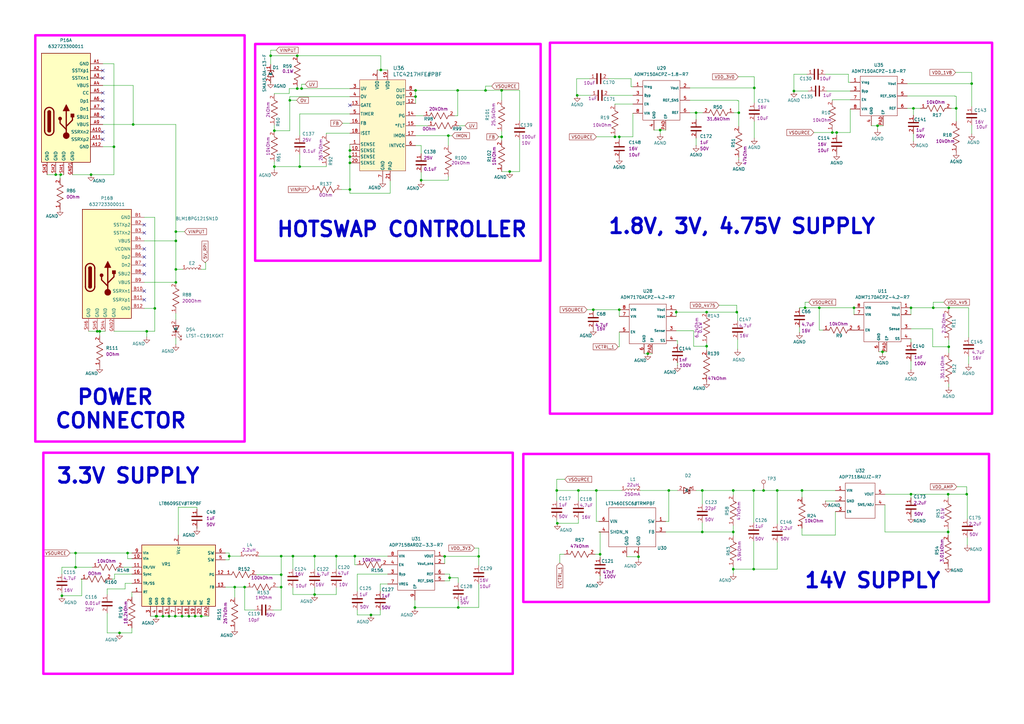
<source format=kicad_sch>
(kicad_sch (version 20250114) (generator "eeschema") (generator_version "9.0")
  (paper "A3")
  (rectangle (start 225.552 17.526) (end 406.908 169.672) (stroke (width 1) (color 255 0 255 1)))
  (rectangle (start 214.63 186.182) (end 405.638 246.888) (stroke (width 1) (color 255 0 255 1)))
  (rectangle (start 17.78 185.674) (end 210.312 276.352) (stroke (width 1) (color 255 0 255 1)))
  (rectangle (start 14.478 14.478) (end 100.33 181.102) (stroke (width 1) (color 255 0 255 1)))
  (rectangle (start 104.648 18.034) (end 221.742 106.934) (stroke (width 1) (color 255 0 255 1)))
  (text "HOTSWAP CONTROLLER" (at 164.846 94.234 0) (effects (font (size 6 6) (thickness 1.2) (bold yes))))
  (text "3.3V SUPPLY" (at 52.578 195.326 0) (effects (font (size 6 6) (thickness 1.2) (bold yes))))
  (text "14V SUPPLY" (at 357.886 238.252 0) (effects (font (size 6 6) (thickness 1.2) (bold yes))))
  (text "1.8V, 3V, 4.75V SUPPLY" (at 304.292 92.964 0) (effects (font (size 6 6) (thickness 1.2) (bold yes))))
  (text "POWER \nCONNECTOR" (at 49.53 167.894 0) (effects (font (size 6 6) (thickness 1.2) (bold yes))))
  (junction (at 25.4 244.348))
  (junction (at 254 56.134))
  (junction (at 373.634 126.238))
  (junction (at 54.61 51.054))
  (junction (at 392.176 44.45))
  (junction (at 350.266 126.238))
  (junction (at 274.32 201.168))
  (junction (at 252.222 56.134))
  (junction (at 374.65 44.45))
  (junction (at 313.182 201.168))
  (junction (at 137.922 228.092))
  (junction (at 243.3472 127.0212))
  (junction (at 115.316 235.712))
  (junction (at 71.882 252.73))
  (junction (at 129.032 228.092))
  (junction (at 389.128 126.238))
  (junction (at 60.198 135.89))
  (junction (at 46.736 60.198))
  (junction (at 205.74 56.134))
  (junction (at 64.008 252.73))
  (junction (at 52.324 226.822))
  (junction (at 129.032 243.84))
  (junction (at 228.6 214.63))
  (junction (at 209.042 70.358))
  (junction (at 277.368 128.016))
  (junction (at 187.706 37.084))
  (junction (at 118.872 41.148))
  (junction (at 373.634 202.692))
  (junction (at 396.494 202.692))
  (junction (at 121.92 36.322))
  (junction (at 49.022 259.588))
  (junction (at 302.1953 128.016))
  (junction (at 115.316 228.092))
  (junction (at 265.684 145.034))
  (junction (at 100.33 240.792))
  (junction (at 184.404 236.982))
  (junction (at 309.372 36.068))
  (junction (at 300.736 201.168))
  (junction (at 82.55 252.73))
  (junction (at 289.814 141.986))
  (junction (at 187.96 249.1495))
  (junction (at 110.998 22.86))
  (junction (at 382.778 126.238))
  (junction (at 196.342 228.199))
  (junction (at 309.118 233.426))
  (junction (at 254 127.0212))
  (junction (at 237.236 201.168))
  (junction (at 143.51 66.802))
  (junction (at 228.346 201.168))
  (junction (at 300.736 233.426))
  (junction (at 72.136 110.49))
  (junction (at 336.0438 126.238))
  (junction (at 143.51 64.262))
  (junction (at 389.128 142.24))
  (junction (at 289.814 128.016))
  (junction (at 261.874 228.346))
  (junction (at 270.764 53.34))
  (junction (at 64.262 252.73))
  (junction (at 39.878 135.89))
  (junction (at 115.316 240.792))
  (junction (at 72.136 115.824))
  (junction (at 30.988 226.822))
  (junction (at 152.146 252.222))
  (junction (at 318.77 201.168))
  (junction (at 30.988 232.664))
  (junction (at 69.342 252.73))
  (junction (at 96.266 240.792))
  (junction (at 388.874 202.692))
  (junction (at 343.154 54.356))
  (junction (at 288.036 218.186))
  (junction (at 145.542 228.092))
  (junction (at 388.874 218.186))
  (junction (at 199.136 37.084))
  (junction (at 303.022 46.228))
  (junction (at 66.802 252.73))
  (junction (at 236.728 39.116))
  (junction (at 121.92 22.86))
  (junction (at 72.136 94.996))
  (junction (at 72.136 98.806))
  (junction (at 40.894 135.89))
  (junction (at 120.142 228.092))
  (junction (at 122.936 68.326))
  (junction (at 182.372 228.199))
  (junction (at 328.93 201.168))
  (junction (at 341.376 54.356))
  (junction (at 112.522 68.326))
  (junction (at 63.5 126.492))
  (junction (at 361.95 144.272))
  (junction (at 22.86 71.628))
  (junction (at 246.126 227.33))
  (junction (at 37.338 71.628))
  (junction (at 309.118 201.168))
  (junction (at 325.628 37.338))
  (junction (at 123.698 36.322))
  (junction (at 77.47 252.73))
  (junction (at 112.522 53.594))
  (junction (at 183.896 55.626))
  (junction (at 156.21 28.702))
  (junction (at 172.72 73.914))
  (junction (at 205.74 37.084))
  (junction (at 24.892 71.628))
  (junction (at 80.01 252.73))
  (junction (at 170.434 37.084))
  (junction (at 143.51 77.724))
  (junction (at 170.18 249.174))
  (junction (at 359.918 51.562))
  (junction (at 288.036 201.168))
  (junction (at 285.496 46.228))
  (junction (at 74.676 252.73))
  (junction (at 93.98 228.092))
  (junction (at 244.602 201.168))
  (junction (at 300.736 218.186))
  (junction (at 398.526 34.29))
  (junction (at 170.434 39.624))
  (junction (at 330.2 126.238))
  (junction (at 143.51 61.722))
  (no_connect (at 59.182 119.38))
  (no_connect (at 59.182 102.108))
  (no_connect (at 42.164 32.004))
  (no_connect (at 59.182 92.202))
  (no_connect (at 59.182 112.268))
  (no_connect (at 42.164 38.1))
  (no_connect (at 59.182 105.41))
  (no_connect (at 42.164 44.704))
  (no_connect (at 42.164 48.006))
  (no_connect (at 59.182 122.936))
  (no_connect (at 59.182 95.504))
  (no_connect (at 42.164 41.402))
  (no_connect (at 59.182 108.712))
  (no_connect (at 42.164 54.102))
  (no_connect (at 143.51 43.18))
  (no_connect (at 42.164 28.956))
  (no_connect (at 42.164 57.15))
  (wire (pts (xy 43.942 251.46) (xy 43.942 259.588)))
  (wire (pts (xy 302.1953 125.222) (xy 302.1953 128.016)))
  (wire (pts (xy 74.93 110.49) (xy 72.136 110.49)))
  (wire (pts (xy 19.304 71.628) (xy 22.86 71.628)))
  (wire (pts (xy 75.692 94.996) (xy 72.136 94.996)))
  (wire (pts (xy 100.33 250.19) (xy 100.33 240.792)))
  (wire (pts (xy 236.474 32.258) (xy 241.808 32.258)))
  (wire (pts (xy 184.404 235.458) (xy 184.404 236.982)))
  (wire (pts (xy 327.914 126.238) (xy 330.2 126.238)))
  (wire (pts (xy 228.346 213.106) (xy 228.346 214.63)))
  (wire (pts (xy 398.526 29.718) (xy 398.526 34.29)))
  (wire (pts (xy 170.434 39.624) (xy 170.434 42.418)))
  (wire (pts (xy 389.128 142.24) (xy 389.128 139.446)))
  (wire (pts (xy 347.98 33.782) (xy 348.742 33.782)))
  (wire (pts (xy 389.128 126.238) (xy 389.128 126.746)))
  (wire (pts (xy 63.5 89.154) (xy 63.5 126.492)))
  (wire (pts (xy 106.172 228.092) (xy 115.316 228.092)))
  (wire (pts (xy 120.142 243.84) (xy 120.142 241.046)))
  (wire (pts (xy 341.376 40.894) (xy 341.376 41.148)))
  (wire (pts (xy 303.022 65.532) (xy 303.022 64.516)))
  (wire (pts (xy 118.618 36.322) (xy 121.92 36.322)))
  (wire (pts (xy 254 56.134) (xy 252.222 56.134)))
  (wire (pts (xy 244.602 201.168) (xy 244.602 213.868)))
  (wire (pts (xy 331.47 37.338) (xy 325.628 37.338)))
  (wire (pts (xy 72.136 51.054) (xy 72.136 94.996)))
  (wire (pts (xy 341.376 40.894) (xy 348.742 40.894)))
  (wire (pts (xy 146.558 252.222) (xy 152.146 252.222)))
  (wire (pts (xy 262.636 201.168) (xy 274.32 201.168)))
  (wire (pts (xy 24.892 71.882) (xy 24.892 71.628)))
  (wire (pts (xy 391.668 39.5116) (xy 391.668 39.37)))
  (wire (pts (xy 270.764 53.34) (xy 273.05 53.34)))
  (wire (pts (xy 30.988 226.822) (xy 52.324 226.822)))
  (wire (pts (xy 273.05 218.186) (xy 288.036 218.186)))
  (wire (pts (xy 25.4 244.348) (xy 33.528 244.348)))
  (wire (pts (xy 300.736 232.41) (xy 300.736 233.426)))
  (wire (pts (xy 325.628 30.48) (xy 330.962 30.48)))
  (wire (pts (xy 199.136 35.306) (xy 201.676 35.306)))
  (wire (pts (xy 302.1953 128.016) (xy 302.514 128.016)))
  (wire (pts (xy 228.6 214.63) (xy 237.236 214.63)))
  (wire (pts (xy 110.998 20.574) (xy 110.998 22.86)))
  (wire (pts (xy 98.552 228.092) (xy 93.98 228.092)))
  (wire (pts (xy 170.18 249.428) (xy 170.18 249.174)))
  (wire (pts (xy 277.876 149.86) (xy 277.876 148.844)))
  (wire (pts (xy 261.874 228.346) (xy 257.048 228.346)))
  (wire (pts (xy 343.154 55.372) (xy 343.154 54.356)))
  (wire (pts (xy 24.892 71.628) (xy 26.162 71.628)))
  (wire (pts (xy 199.136 35.306) (xy 199.136 37.084)))
  (wire (pts (xy 43.942 241.554) (xy 43.942 243.84)))
  (wire (pts (xy 46.736 26.162) (xy 46.736 60.198)))
  (wire (pts (xy 273.05 213.868) (xy 274.32 213.868)))
  (wire (pts (xy 213.106 70.358) (xy 209.042 70.358)))
  (wire (pts (xy 96.266 245.11) (xy 96.266 240.792)))
  (wire (pts (xy 112.522 51.308) (xy 112.522 53.594)))
  (wire (pts (xy 39.878 135.89) (xy 40.894 135.89)))
  (wire (pts (xy 309.118 221.996) (xy 309.118 233.426)))
  (wire (pts (xy 143.51 54.61) (xy 133.858 54.61)))
  (wire (pts (xy 160.02 79.248) (xy 143.51 79.248)))
  (wire (pts (xy 300.736 233.426) (xy 300.736 235.204)))
  (wire (pts (xy 115.316 228.092) (xy 120.142 228.092)))
  (wire (pts (xy 204.47 56.134) (xy 205.74 56.134)))
  (wire (pts (xy 145.542 231.648) (xy 145.542 228.092)))
  (wire (pts (xy 187.96 236.982) (xy 187.96 239.014)))
  (wire (pts (xy 73.152 219.456) (xy 73.152 208.026)))
  (wire (pts (xy 183.896 72.39) (xy 183.896 73.914)))
  (wire (pts (xy 382.778 126.238) (xy 389.128 126.238)))
  (wire (pts (xy 205.74 37.084) (xy 213.106 37.084)))
  (wire (pts (xy 25.4 244.348) (xy 25.4 243.078)))
  (wire (pts (xy 373.634 134.874) (xy 382.524 134.874)))
  (wire (pts (xy 146.558 242.57) (xy 146.558 235.458)))
  (wire (pts (xy 121.666 41.148) (xy 118.872 41.148)))
  (wire (pts (xy 398.526 54.864) (xy 398.526 51.308)))
  (wire (pts (xy 277.876 139.7) (xy 277.368 139.7)))
  (wire (pts (xy 183.896 59.69) (xy 183.896 55.626)))
  (wire (pts (xy 115.316 250.19) (xy 112.014 250.19)))
  (wire (pts (xy 122.936 68.326) (xy 133.858 68.326)))
  (wire (pts (xy 231.648 196.596) (xy 228.346 196.596)))
  (wire (pts (xy 72.136 131.064) (xy 72.136 128.524)))
  (wire (pts (xy 46.736 135.89) (xy 60.198 135.89)))
  (wire (pts (xy 341.376 54.356) (xy 341.376 53.848)))
  (wire (pts (xy 282.956 36.068) (xy 309.372 36.068)))
  (wire (pts (xy 374.65 47.244) (xy 374.65 44.45)))
  (wire (pts (xy 185.42 55.626) (xy 183.896 55.626)))
  (wire (pts (xy 318.77 214.884) (xy 318.77 201.168)))
  (wire (pts (xy 155.956 252.222) (xy 152.146 252.222)))
  (wire (pts (xy 333.756 54.356) (xy 341.376 54.356)))
  (wire (pts (xy 373.634 151.638) (xy 373.634 148.082)))
  (wire (pts (xy 139.954 77.724) (xy 143.51 77.724)))
  (wire (pts (xy 123.698 34.544) (xy 123.698 36.322)))
  (wire (pts (xy 396.494 202.692) (xy 396.748 202.692)))
  (wire (pts (xy 93.98 226.822) (xy 93.98 228.092)))
  (wire (pts (xy 362.966 218.186) (xy 388.874 218.186)))
  (wire (pts (xy 254 57.15) (xy 254 56.134)))
  (wire (pts (xy 155.956 250.19) (xy 155.956 252.222)))
  (wire (pts (xy 182.372 228.092) (xy 182.372 228.199)))
  (wire (pts (xy 100.33 240.792) (xy 96.266 240.792)))
  (wire (pts (xy 300.736 233.426) (xy 309.118 233.426)))
  (wire (pts (xy 82.55 252.73) (xy 85.598 252.73)))
  (wire (pts (xy 172.72 59.69) (xy 170.434 59.69)))
  (wire (pts (xy 188.214 51.562) (xy 190.754 51.562)))
  (wire (pts (xy 172.72 74.422) (xy 172.72 73.914)))
  (wire (pts (xy 196.342 228.199) (xy 182.372 228.199)))
  (wire (pts (xy 284.48 141.986) (xy 289.814 141.986)))
  (wire (pts (xy 196.342 224.79) (xy 196.342 228.199)))
  (wire (pts (xy 330.2 126.238) (xy 336.0438 126.238)))
  (wire (pts (xy 261.874 229.362) (xy 261.874 228.346)))
  (wire (pts (xy 100.33 240.792) (xy 101.092 240.792)))
  (wire (pts (xy 186.436 47.498) (xy 187.706 47.498)))
  (wire (pts (xy 377.444 44.45) (xy 374.65 44.45)))
  (wire (pts (xy 268.224 53.34) (xy 270.764 53.34)))
  (wire (pts (xy 33.528 244.348) (xy 33.528 237.49)))
  (wire (pts (xy 66.802 252.73) (xy 69.342 252.73)))
  (wire (pts (xy 182.372 228.199) (xy 182.372 231.14)))
  (wire (pts (xy 69.342 252.73) (xy 71.882 252.73)))
  (wire (pts (xy 294.894 125.222) (xy 302.1953 125.222)))
  (wire (pts (xy 129.032 228.092) (xy 129.032 233.426)))
  (wire (pts (xy 196.342 228.199) (xy 196.342 231.902)))
  (wire (pts (xy 52.324 226.822) (xy 54.102 226.822)))
  (wire (pts (xy 277.876 139.7) (xy 277.876 141.224)))
  (wire (pts (xy 277.368 128.016) (xy 277.368 129.794)))
  (wire (pts (xy 392.43 199.644) (xy 396.494 199.644)))
  (wire (pts (xy 137.922 228.092) (xy 145.542 228.092)))
  (wire (pts (xy 318.77 233.426) (xy 318.77 222.504)))
  (wire (pts (xy 113.284 20.574) (xy 110.998 20.574)))
  (wire (pts (xy 342.646 209.804) (xy 342.646 219.456)))
  (wire (pts (xy 29.718 71.628) (xy 37.338 71.628)))
  (wire (pts (xy 137.922 228.092) (xy 137.922 233.426)))
  (wire (pts (xy 391.668 39.37) (xy 372.11 39.37)))
  (wire (pts (xy 338.582 30.48) (xy 347.98 30.48)))
  (wire (pts (xy 196.342 239.522) (xy 196.342 249.1495)))
  (wire (pts (xy 302.514 41.148) (xy 282.956 41.148)))
  (wire (pts (xy 46.736 71.628) (xy 46.736 60.198)))
  (wire (pts (xy 172.72 62.992) (xy 172.72 59.69)))
  (wire (pts (xy 196.342 249.1495) (xy 187.96 249.1495)))
  (wire (pts (xy 42.164 51.054) (xy 54.61 51.054)))
  (wire (pts (xy 389.128 158.75) (xy 389.128 157.48)))
  (wire (pts (xy 289.814 128.016) (xy 302.1953 128.016)))
  (wire (pts (xy 63.5 135.89) (xy 63.5 126.492)))
  (wire (pts (xy 309.118 201.168) (xy 313.182 201.168)))
  (wire (pts (xy 288.036 218.186) (xy 300.736 218.186)))
  (wire (pts (xy 309.118 233.426) (xy 318.77 233.426)))
  (wire (pts (xy 187.96 249.174) (xy 170.18 249.174)))
  (wire (pts (xy 300.736 201.168) (xy 309.118 201.168)))
  (wire (pts (xy 277.368 128.016) (xy 289.814 128.016)))
  (wire (pts (xy 244.602 56.134) (xy 252.222 56.134)))
  (wire (pts (xy 182.372 238.252) (xy 184.404 238.252)))
  (wire (pts (xy 54.61 35.052) (xy 54.61 51.054)))
  (wire (pts (xy 313.182 200.914) (xy 313.182 201.168)))
  (wire (pts (xy 330.2 123.952) (xy 330.2 126.238)))
  (wire (pts (xy 184.404 236.982) (xy 184.404 238.252)))
  (wire (pts (xy 338.582 205.486) (xy 342.646 205.486)))
  (wire (pts (xy 259.588 46.482) (xy 259.588 56.134)))
  (wire (pts (xy 336.0438 135.382) (xy 336.0438 126.238)))
  (wire (pts (xy 104.394 250.19) (xy 100.33 250.19)))
  (wire (pts (xy 143.51 61.722) (xy 143.51 59.182)))
  (wire (pts (xy 285.496 49.022) (xy 285.496 46.228)))
  (wire (pts (xy 60.198 138.176) (xy 60.198 135.89)))
  (wire (pts (xy 243.332 127.254) (xy 243.332 127.0212)))
  (wire (pts (xy 84.328 107.696) (xy 84.328 110.49)))
  (wire (pts (xy 54.102 229.108) (xy 52.324 229.108)))
  (wire (pts (xy 382.524 142.24) (xy 389.128 142.24)))
  (wire (pts (xy 236.728 39.116) (xy 236.474 39.116)))
  (wire (pts (xy 159.004 239.522) (xy 155.956 239.522)))
  (wire (pts (xy 182.372 235.458) (xy 184.404 235.458)))
  (wire (pts (xy 398.526 34.29) (xy 398.526 43.688)))
  (wire (pts (xy 160.02 74.168) (xy 160.02 79.248)))
  (wire (pts (xy 71.882 252.73) (xy 74.676 252.73)))
  (wire (pts (xy 388.874 202.692) (xy 388.874 204.216)))
  (wire (pts (xy 382.778 123.952) (xy 382.778 126.238)))
  (wire (pts (xy 118.618 36.322) (xy 118.618 38.354)))
  (wire (pts (xy 92.456 226.822) (xy 93.98 226.822)))
  (wire (pts (xy 146.558 235.458) (xy 159.004 235.458)))
  (wire (pts (xy 110.998 22.86) (xy 121.92 22.86)))
  (wire (pts (xy 96.266 240.792) (xy 92.456 240.792)))
  (wire (pts (xy 122.936 46.736) (xy 122.936 55.626)))
  (wire (pts (xy 170.434 37.084) (xy 170.434 39.624)))
  (wire (pts (xy 392.176 44.45) (xy 392.176 39.5116)))
  (wire (pts (xy 115.316 228.092) (xy 115.316 235.712)))
  (wire (pts (xy 302.514 41.2896) (xy 302.514 41.148)))
  (wire (pts (xy 362.966 202.692) (xy 373.634 202.692)))
  (wire (pts (xy 244.094 227.33) (xy 246.126 227.33)))
  (wire (pts (xy 72.136 115.824) (xy 59.182 115.824)))
  (wire (pts (xy 77.47 252.73) (xy 80.01 252.73)))
  (wire (pts (xy 42.164 26.162) (xy 46.736 26.162)))
  (wire (pts (xy 72.136 141.224) (xy 72.136 138.684)))
  (wire (pts (xy 115.316 235.712) (xy 105.156 235.712)))
  (wire (pts (xy 359.918 51.562) (xy 362.204 51.562)))
  (wire (pts (xy 80.772 216.662) (xy 80.772 216.408)))
  (wire (pts (xy 285.496 59.69) (xy 285.496 56.642)))
  (wire (pts (xy 143.51 39.624) (xy 118.872 39.624)))
  (wire (pts (xy 303.022 46.228) (xy 303.022 51.816)))
  (wire (pts (xy 112.522 68.326) (xy 122.936 68.326)))
  (wire (pts (xy 327.914 126.492) (xy 327.914 126.238)))
  (wire (pts (xy 121.92 35.56) (xy 121.92 36.322)))
  (wire (pts (xy 30.988 226.822) (xy 30.988 232.664)))
  (wire (pts (xy 115.316 240.792) (xy 115.316 235.712)))
  (wire (pts (xy 244.602 201.168) (xy 255.016 201.168)))
  (wire (pts (xy 36.322 135.89) (xy 39.878 135.89)))
  (wire (pts (xy 274.32 201.168) (xy 277.876 201.168)))
  (wire (pts (xy 246.126 227.33) (xy 246.126 228.6)))
  (wire (pts (xy 172.72 70.612) (xy 172.72 73.914)))
  (wire (pts (xy 303.022 41.2896) (xy 302.514 41.2896)))
  (wire (pts (xy 237.236 201.168) (xy 237.236 205.486)))
  (wire (pts (xy 252.222 42.672) (xy 259.588 42.672)))
  (wire (pts (xy 112.522 38.354) (xy 112.522 38.608)))
  (wire (pts (xy 388.874 202.692) (xy 396.494 202.692)))
  (wire (pts (xy 388.874 218.186) (xy 388.874 216.916)))
  (wire (pts (xy 387.096 123.952) (xy 382.778 123.952)))
  (wire (pts (xy 228.346 201.168) (xy 237.236 201.168)))
  (wire (pts (xy 93.98 228.092) (xy 93.98 229.616)))
  (wire (pts (xy 73.152 208.026) (xy 80.772 208.026)))
  (wire (pts (xy 213.106 57.15) (xy 213.106 70.358)))
  (wire (pts (xy 360.426 144.272) (xy 361.95 144.272)))
  (wire (pts (xy 205.74 37.084) (xy 205.74 41.148)))
  (wire (pts (xy 374.65 44.45) (xy 372.11 44.45)))
  (wire (pts (xy 228.346 196.596) (xy 228.346 201.168)))
  (wire (pts (xy 328.93 219.456) (xy 328.93 216.662)))
  (wire (pts (xy 285.496 46.228) (xy 282.956 46.228)))
  (wire (pts (xy 265.684 145.034) (xy 267.462 145.034)))
  (wire (pts (xy 22.86 71.628) (xy 24.892 71.628)))
  (wire (pts (xy 229.616 227.33) (xy 231.394 227.33)))
  (wire (pts (xy 350.266 126.238) (xy 350.266 129.032)))
  (wire (pts (xy 357.378 51.562) (xy 359.918 51.562)))
  (wire (pts (xy 129.032 243.84) (xy 137.922 243.84)))
  (wire (pts (xy 253.492 142.24) (xy 254 142.24)))
  (wire (pts (xy 120.142 243.84) (xy 129.032 243.84)))
  (wire (pts (xy 347.98 30.48) (xy 347.98 33.782)))
  (wire (pts (xy 40.894 135.89) (xy 43.18 135.89)))
  (wire (pts (xy 143.51 77.724) (xy 143.51 79.248)))
  (wire (pts (xy 285.496 201.168) (xy 288.036 201.168)))
  (wire (pts (xy 243.3472 127.0212) (xy 254 127.0212)))
  (wire (pts (xy 328.93 203.962) (xy 328.93 201.168)))
  (wire (pts (xy 258.826 32.258) (xy 258.826 35.56)))
  (wire (pts (xy 277.368 135.636) (xy 284.48 135.636)))
  (wire (pts (xy 254 127.0212) (xy 254 129.794)))
  (wire (pts (xy 288.29 46.228) (xy 285.496 46.228)))
  (wire (pts (xy 59.182 126.492) (xy 63.5 126.492)))
  (wire (pts (xy 155.956 239.522) (xy 155.956 242.57)))
  (wire (pts (xy 84.328 107.696) (xy 84.074 107.696)))
  (wire (pts (xy 328.93 201.168) (xy 342.646 201.168)))
  (wire (pts (xy 118.872 39.624) (xy 118.872 41.148)))
  (wire (pts (xy 24.638 71.882) (xy 24.892 71.882)))
  (wire (pts (xy 54.102 244.856) (xy 54.102 242.824)))
  (wire (pts (xy 258.826 35.56) (xy 259.588 35.56)))
  (wire (pts (xy 237.236 214.63) (xy 237.236 213.106)))
  (wire (pts (xy 45.974 237.49) (xy 46.99 237.49)))
  (wire (pts (xy 300.736 218.186) (xy 300.736 219.71)))
  (wire (pts (xy 373.634 126.238) (xy 373.634 129.032)))
  (wire (pts (xy 303.022 46.228) (xy 303.022 41.2896)))
  (wire (pts (xy 80.772 208.026) (xy 80.772 208.788)))
  (wire (pts (xy 336.0438 126.238) (xy 350.266 126.238)))
  (wire (pts (xy 194.564 224.79) (xy 196.342 224.79)))
  (wire (pts (xy 133.858 54.61) (xy 133.858 55.118)))
  (wire (pts (xy 313.182 201.168) (xy 318.77 201.168)))
  (wire (pts (xy 118.872 41.148) (xy 118.872 53.594)))
  (wire (pts (xy 205.74 56.134) (xy 205.74 57.658)))
  (wire (pts (xy 289.814 141.986) (xy 289.814 143.764)))
  (wire (pts (xy 254 142.24) (xy 254 136.144)))
  (wire (pts (xy 391.922 29.718) (xy 398.526 29.718)))
  (wire (pts (xy 187.96 236.982) (xy 184.404 236.982)))
  (wire (pts (xy 59.182 98.806) (xy 72.136 98.806)))
  (wire (pts (xy 213.106 37.084) (xy 213.106 49.53)))
  (wire (pts (xy 74.676 252.73) (xy 77.47 252.73)))
  (wire (pts (xy 390.144 44.45) (xy 392.176 44.45)))
  (wire (pts (xy 175.514 51.562) (xy 170.434 51.562)))
  (wire (pts (xy 112.522 38.354) (xy 118.618 38.354)))
  (wire (pts (xy 156.21 28.702) (xy 159.004 28.702)))
  (wire (pts (xy 362.966 207.01) (xy 362.966 218.186)))
  (wire (pts (xy 33.528 237.49) (xy 33.274 237.49)))
  (wire (pts (xy 240.792 127) (xy 243.3472 127)))
  (wire (pts (xy 54.102 257.556) (xy 54.102 259.588)))
  (wire (pts (xy 246.126 237.49) (xy 246.126 236.22)))
  (wire (pts (xy 389.128 144.78) (xy 389.128 142.24)))
  (wire (pts (xy 84.328 110.49) (xy 82.55 110.49)))
  (wire (pts (xy 122.936 63.246) (xy 122.936 68.326)))
  (wire (pts (xy 112.522 68.326) (xy 112.522 66.294)))
  (wire (pts (xy 228.346 201.168) (xy 228.346 205.486)))
  (wire (pts (xy 28.702 226.822) (xy 30.988 226.822)))
  (wire (pts (xy 300.736 215.646) (xy 300.736 218.186)))
  (wire (pts (xy 373.634 202.692) (xy 373.634 204.216)))
  (wire (pts (xy 252.222 56.134) (xy 252.222 55.626)))
  (wire (pts (xy 325.628 37.338) (xy 325.628 30.48)))
  (wire (pts (xy 133.858 68.326) (xy 133.858 67.818)))
  (wire (pts (xy 327.914 136.398) (xy 327.914 134.112)))
  (wire (pts (xy 373.634 140.462) (xy 373.634 138.938)))
  (wire (pts (xy 54.102 259.588) (xy 49.022 259.588)))
  (wire (pts (xy 289.814 140.716) (xy 289.814 141.986)))
  (wire (pts (xy 270.764 53.34) (xy 270.764 54.864)))
  (wire (pts (xy 170.434 37.084) (xy 187.706 37.084)))
  (wire (pts (xy 137.922 243.84) (xy 137.922 241.046)))
  (wire (pts (xy 173.736 47.498) (xy 170.434 47.498)))
  (wire (pts (xy 170.18 246.126) (xy 170.18 249.174)))
  (wire (pts (xy 348.742 44.704) (xy 348.742 54.356)))
  (wire (pts (xy 302.514 128.016) (xy 302.514 131.572)))
  (wire (pts (xy 331.724 123.952) (xy 330.2 123.952)))
  (wire (pts (xy 50.546 232.664) (xy 54.102 232.664)))
  (wire (pts (xy 392.176 44.45) (xy 392.176 49.784)))
  (wire (pts (xy 93.98 229.616) (xy 92.456 229.616)))
  (wire (pts (xy 243.332 127.0212) (xy 243.3472 127.0212)))
  (wire (pts (xy 252.222 42.672) (xy 252.222 42.926)))
  (wire (pts (xy 156.21 22.86) (xy 156.21 28.702)))
  (wire (pts (xy 25.4 232.664) (xy 30.988 232.664)))
  (wire (pts (xy 37.338 71.628) (xy 46.736 71.628)))
  (wire (pts (xy 249.428 32.258) (xy 258.826 32.258)))
  (wire (pts (xy 246.126 218.186) (xy 245.618 218.186)))
  (wire (pts (xy 60.198 135.89) (xy 63.5 135.89)))
  (wire (pts (xy 125.222 34.544) (xy 123.698 34.544)))
  (wire (pts (xy 80.01 252.73) (xy 82.55 252.73)))
  (wire (pts (xy 156.21 28.702) (xy 154.686 28.702)))
  (wire (pts (xy 187.96 249.1495) (xy 187.96 249.174)))
  (wire (pts (xy 54.61 51.054) (xy 72.136 51.054)))
  (wire (pts (xy 113.792 240.792) (xy 115.316 240.792)))
  (wire (pts (xy 46.99 237.49) (xy 46.99 235.458)))
  (wire (pts (xy 110.998 22.86) (xy 110.998 26.416)))
  (wire (pts (xy 112.522 69.596) (xy 112.522 68.326)))
  (wire (pts (xy 72.136 94.996) (xy 72.136 98.806)))
  (wire (pts (xy 309.118 201.168) (xy 309.118 214.376)))
  (wire (pts (xy 288.036 201.168) (xy 300.736 201.168)))
  (wire (pts (xy 187.96 246.634) (xy 187.96 249.1495)))
  (wire (pts (xy 129.032 228.092) (xy 137.922 228.092)))
  (wire (pts (xy 284.48 135.636) (xy 284.48 141.986)))
  (wire (pts (xy 209.042 70.358) (xy 205.74 70.358)))
  (wire (pts (xy 396.748 223.52) (xy 396.748 220.472)))
  (wire (pts (xy 318.77 201.168) (xy 328.93 201.168)))
  (wire (pts (xy 229.616 230.886) (xy 229.616 227.33)))
  (wire (pts (xy 145.542 228.092) (xy 159.004 228.092)))
  (wire (pts (xy 123.698 36.322) (xy 121.92 36.322)))
  (wire (pts (xy 396.494 199.644) (xy 396.494 202.692)))
  (wire (pts (xy 246.126 218.186) (xy 246.126 227.33)))
  (wire (pts (xy 42.164 35.052) (xy 54.61 35.052)))
  (wire (pts (xy 300.99 46.228) (xy 303.022 46.228)))
  (wire (pts (xy 143.51 36.322) (xy 123.698 36.322)))
  (wire (pts (xy 118.872 53.594) (xy 112.522 53.594)))
  (wire (pts (xy 264.16 145.034) (xy 265.684 145.034)))
  (wire (pts (xy 30.988 232.664) (xy 37.846 232.664)))
  (wire (pts (xy 187.706 37.084) (xy 187.706 47.498)))
  (wire (pts (xy 309.372 36.068) (xy 309.372 42.164)))
  (wire (pts (xy 64.262 252.73) (xy 66.802 252.73)))
  (wire (pts (xy 183.896 73.914) (xy 172.72 73.914)))
  (wire (pts (xy 244.602 213.868) (xy 245.618 213.868)))
  (wire (pts (xy 51.308 241.554) (xy 43.942 241.554)))
  (wire (pts (xy 110.998 33.528) (xy 110.998 34.036)))
  (wire (pts (xy 40.894 137.668) (xy 40.894 135.89)))
  (wire (pts (xy 25.4 235.458) (xy 25.4 232.664)))
  (wire (pts (xy 146.558 250.19) (xy 146.558 252.222)))
  (wire (pts (xy 373.634 126.238) (xy 382.778 126.238)))
  (wire (pts (xy 361.95 144.272) (xy 361.95 145.034)))
  (wire (pts (xy 342.646 219.456) (xy 328.93 219.456)))
  (wire (pts (xy 237.236 201.168) (xy 244.602 201.168)))
  (wire (pts (xy 129.032 243.84) (xy 129.032 241.046)))
  (wire (pts (xy 343.154 54.356) (xy 341.376 54.356)))
  (wire (pts (xy 397.256 138.43) (xy 397.256 126.238)))
  (wire (pts (xy 243.3472 127) (xy 243.3472 127.0212)))
  (wire (pts (xy 288.036 201.168) (xy 288.036 206.756)))
  (wire (pts (xy 361.95 144.272) (xy 363.728 144.272)))
  (wire (pts (xy 51.308 239.268) (xy 51.308 241.554)))
  (wire (pts (xy 372.11 34.29) (xy 398.526 34.29)))
  (wire (pts (xy 388.874 219.456) (xy 388.874 218.186)))
  (wire (pts (xy 302.768 31.496) (xy 309.372 31.496)))
  (wire (pts (xy 277.368 127) (xy 277.368 128.016)))
  (wire (pts (xy 183.896 55.626) (xy 170.434 55.626)))
  (wire (pts (xy 397.256 149.352) (xy 397.256 146.05)))
  (wire (pts (xy 205.74 53.848) (xy 205.74 56.134)))
  (wire (pts (xy 143.51 66.802) (xy 143.51 64.262)))
  (wire (pts (xy 373.634 202.692) (xy 388.874 202.692)))
  (wire (pts (xy 115.316 240.792) (xy 115.316 250.19)))
  (wire (pts (xy 397.256 126.238) (xy 389.128 126.238)))
  (wire (pts (xy 382.524 134.874) (xy 382.524 142.24)))
  (wire (pts (xy 259.588 56.134) (xy 254 56.134)))
  (wire (pts (xy 236.474 39.116) (xy 236.474 32.258)))
  (wire (pts (xy 309.372 56.642) (xy 309.372 49.784)))
  (wire (pts (xy 143.51 77.724) (xy 143.51 66.802)))
  (wire (pts (xy 348.742 54.356) (xy 343.154 54.356)))
  (wire (pts (xy 359.918 51.562) (xy 359.918 53.086)))
  (wire (pts (xy 396.748 212.852) (xy 396.748 202.692)))
  (wire (pts (xy 43.942 259.588) (xy 49.022 259.588)))
  (wire (pts (xy 54.102 239.268) (xy 51.308 239.268)))
  (wire (pts (xy 374.65 57.912) (xy 374.65 54.864)))
  (wire (pts (xy 121.92 22.86) (xy 156.21 22.86)))
  (wire (pts (xy 242.316 39.116) (xy 236.728 39.116)))
  (wire (pts (xy 274.32 213.868) (xy 274.32 201.168)))
  (wire (pts (xy 143.51 64.262) (xy 143.51 61.722)))
  (wire (pts (xy 143.51 46.736) (xy 122.936 46.736)))
  (wire (pts (xy 337.566 135.382) (xy 336.0438 135.382)))
  (wire (pts (xy 302.514 139.192) (xy 302.514 143.256)))
  (wire (pts (xy 254 127) (xy 254 127.0212)))
  (wire (pts (xy 46.99 235.458) (xy 54.102 235.458)))
  (wire (pts (xy 52.324 229.108) (xy 52.324 226.822)))
  (wire (pts (xy 120.142 228.092) (xy 129.032 228.092)))
  (wire (pts (xy 24.638 73.152) (xy 24.638 71.882)))
  (wire (pts (xy 309.372 31.496) (xy 309.372 36.068)))
  (wire (pts (xy 228.346 214.63) (xy 228.6 214.63)))
  (wire (pts (xy 288.036 218.186) (xy 288.036 214.376)))
  (wire (pts (xy 187.706 37.084) (xy 199.136 37.084)))
  (wire (pts (xy 120.142 228.092) (xy 120.142 233.426)))
  (wire (pts (xy 300.736 201.168) (xy 300.736 202.946)))
  (wire (pts (xy 392.176 39.5116) (xy 391.668 39.5116)))
  (wire (pts (xy 59.182 89.154) (xy 63.5 89.154)))
  (wire (pts (xy 339.09 37.338) (xy 348.742 37.338)))
  (wire (pts (xy 61.722 252.73) (xy 64.008 252.73)))
  (wire (pts (xy 140.462 50.546) (xy 143.51 50.546)))
  (wire (pts (xy 72.136 110.49) (xy 72.136 115.824)))
  (wire (pts (xy 146.304 231.648) (xy 145.542 231.648)))
  (wire (pts (xy 64.008 252.73) (xy 64.262 252.73)))
  (wire (pts (xy 199.136 37.084) (xy 205.74 37.084)))
  (wire (pts (xy 249.936 39.116) (xy 259.588 39.116)))
  (wire (pts (xy 72.136 98.806) (xy 72.136 110.49)))
  (wire (pts (xy 46.736 60.198) (xy 42.164 60.198)))
  (global_label "VDD_4V75" (shape input) (at 294.894 125.222 180) (property "Intersheetrefs" "${INTERSHEET_REFS}" (effects (hide yes))))
  (global_label "VINPUT" (shape input) (at 127.254 77.724 180) (property "Intersheetrefs" "${INTERSHEET_REFS}" (effects (hide yes))))
  (global_label "IMON" (shape input) (at 185.42 55.626 0) (property "Intersheetrefs" "${INTERSHEET_REFS}" (effects (hide yes))))
  (global_label "VSOURCE" (shape input) (at 244.602 56.134 180) (property "Intersheetrefs" "${INTERSHEET_REFS}" (effects (hide yes))))
  (global_label "VCTRL_1" (shape input) (at 229.616 230.886 270) (property "Intersheetrefs" "${INTERSHEET_REFS}" (effects (hide yes))))
  (global_label "VSOURCE" (shape input) (at 333.756 54.356 180) (property "Intersheetrefs" "${INTERSHEET_REFS}" (effects (hide yes))))
  (global_label "VDD_4V5" (shape input) (at 387.096 123.952 0) (property "Intersheetrefs" "${INTERSHEET_REFS}" (effects (hide yes))))
  (global_label "VSOURCE" (shape input) (at 331.724 123.952 0) (property "Intersheetrefs" "${INTERSHEET_REFS}" (effects (hide yes))))
  (global_label "VINPUT" (shape input) (at 75.692 94.996 0) (property "Intersheetrefs" "${INTERSHEET_REFS}" (effects (hide yes))))
  (global_label "VSOURCE" (shape input) (at 231.648 196.596 0) (property "Intersheetrefs" "${INTERSHEET_REFS}" (effects (hide yes))))
  (global_label "VSOURCE" (shape input) (at 201.676 35.306 0) (property "Intersheetrefs" "${INTERSHEET_REFS}" (effects (hide yes))))
  (global_label "UV" (shape input) (at 125.222 34.544 0) (property "Intersheetrefs" "${INTERSHEET_REFS}" (effects (hide yes))))
  (global_label "UV" (shape input) (at 190.754 51.562 0) (property "Intersheetrefs" "${INTERSHEET_REFS}" (effects (hide yes))))
  (global_label "VINPUT" (shape input) (at 113.284 20.574 0) (property "Intersheetrefs" "${INTERSHEET_REFS}" (effects (hide yes))))
  (global_label "VDD_1V8" (shape input) (at 391.922 29.718 180) (property "Intersheetrefs" "${INTERSHEET_REFS}" (effects (hide yes))))
  (global_label "VSOURCE" (shape input) (at 240.792 127 180) (property "Intersheetrefs" "${INTERSHEET_REFS}" (effects (hide yes))))
  (global_label "VDD_3V3" (shape input) (at 194.564 224.79 180) (property "Intersheetrefs" "${INTERSHEET_REFS}" (effects (hide yes))))
  (global_label "VSOURCE" (shape input) (at 28.702 226.822 180) (property "Intersheetrefs" "${INTERSHEET_REFS}" (effects (hide yes))))
  (global_label "5V_RPI" (shape input) (at 84.074 107.696 90) (property "Intersheetrefs" "${INTERSHEET_REFS}" (effects (hide yes))))
  (global_label "VDD_AMP" (shape input) (at 392.43 199.644 180) (property "Intersheetrefs" "${INTERSHEET_REFS}" (effects (hide yes))))
  (global_label "VCTRL_1" (shape input) (at 253.492 142.24 180) (property "Intersheetrefs" "${INTERSHEET_REFS}" (effects (hide yes))))
  (global_label "OV" (shape input) (at 121.666 41.148 0) (property "Intersheetrefs" "${INTERSHEET_REFS}" (effects (hide yes))))
  (global_label "VDD_3V0" (shape input) (at 302.768 31.496 180) (property "Intersheetrefs" "${INTERSHEET_REFS}" (effects (hide yes))))
  (global_label "FB" (shape input) (at 204.47 56.134 180) (property "Intersheetrefs" "${INTERSHEET_REFS}" (effects (hide yes))))
  (global_label "FB" (shape input) (at 140.462 50.546 180) (property "Intersheetrefs" "${INTERSHEET_REFS}" (effects (hide yes))))
  (symbol (lib_id "PABA-DP:CL10A105KB8NNNC") (at 186.69 236.474 0) (unit 1)
    (property "Reference" "C128" (at 188.722 240.538 0) (effects (justify left)))
    (property "Value" "CL10A105KB8NNNC" (effects (hide yes)))
    (property "Footprint" "Custom:C_0603_1608Metric" (effects (hide yes)))
    (property "Datasheet" "https://mm.digikey.com/Volume0/opasdata/d220001/medias/docus/658/CL10A105KB8NNNC_Spec.pdf" (effects (hide yes)))
    (property "Description" "1 µF ±10% 50V Ceramic Capacitor X5R 0603 (1608 Metric)" (effects (hide yes)))
    (property "Acc" "10%" (effects (hide yes)))
    (property "C" "1uF" (at 188.468 245.3639 0) (effects (justify left)))
    (property "V" "50V" (at 188.722 247.142 0) (effects (justify left)))
  )
  (symbol (lib_id "PABA-DP:C0603C473K1RACAUTO") (at 244.856 226.06 0) (unit 1)
    (property "Reference" "C121" (at 246.634 230.124 0) (effects (justify left)))
    (property "Value" "C0603C473K1RACAUTO" (effects (hide yes)))
    (property "Footprint" "Custom:C_0603_1608Metric" (effects (hide yes)))
    (property "Datasheet" "https://search.kemet.com/download/specsheet/C0603C473K1RACAUTO" (effects (hide yes)))
    (property "Description" "0.047 µF ±10% 100V Ceramic Capacitor X7R 0603 (1608 Metric)" (effects (hide yes)))
    (property "C" "47nF" (at 247.142 234.696 0) (effects (justify left)))
    (property "V" "100V" (at 247.65 236.474 0) (effects (justify left)))
    (property "Acc" "10%" (effects (hide yes)))
  )
  (symbol (lib_id "PABA-DP:GND") (at 373.634 211.836 0) (unit 1)
    (property "Reference" "#PWR0245" (effects (hide yes)))
    (property "Value" "AGND" (at 377.19 213.614 0))
    (property "Description" "Power symbol creates a global label with name \"GND\" , ground" (effects (hide yes)))
  )
  (symbol (lib_id "PABA-DP:GRM188C81C475KE11D") (at 395.986 135.89 0) (unit 1)
    (property "Reference" "C145" (at 398.018 140.208 0) (effects (justify left)))
    (property "Value" "GRM188C81C475KE11D" (effects (hide yes)))
    (property "Footprint" "Custom:C_0603_1608Metric" (effects (hide yes)))
    (property "Datasheet" "https://search.murata.co.jp/Ceramy/image/img/A01X/G101/ENG/GRM188C81C475KE11-01.pdf" (effects (hide yes)))
    (property "Description" "4.7 µF ±10% 16V Ceramic Capacitor X6S 0603 (1608 Metric)" (effects (hide yes)))
    (property "C" "4.7uF" (at 398.526 144.526 0) (effects (justify left)))
    (property "Acc" "10%" (effects (hide yes)))
    (property "V" "16V" (at 398.78 146.812 0) (effects (justify left)))
  )
  (symbol (lib_id "PABA-DP:CL10B104KA8NNNC") (at 121.666 53.086 0) (unit 1)
    (property "Reference" "C137" (at 123.952 54.864 0) (effects (justify left)))
    (property "Value" "CL10B104KA8NNNC" (effects (hide yes)))
    (property "Footprint" "Custom:C_0603_1608Metric" (effects (hide yes)))
    (property "Datasheet" "https://mm.digikey.com/Volume0/opasdata/d220001/medias/docus/609/CL10B104KA8NNNC_Spec.pdf" (effects (hide yes)))
    (property "Description" "0.1 µF ±10% 25V Ceramic Capacitor X7R 0603 (1608 Metric)" (effects (hide yes)))
    (property "V" "25V" (at 123.952 57.404 0) (effects (justify left)))
    (property "Acc" "10%" (effects (hide yes)))
    (property "C" "0.1uF" (at 124.206 61.976 0) (effects (justify left)))
  )
  (symbol (lib_id "PABA-DP:LMK325B7476KM-PR") (at 136.652 230.886 0) (unit 1)
    (property "Reference" "C120" (at 138.43 232.664 0) (effects (justify left)))
    (property "Value" "LMK325B7476KM-PR" (effects (hide yes)))
    (property "Footprint" "Capacitor_SMD:C_1210_3225Metric" (effects (hide yes)))
    (property "Datasheet" "https://mm.digikey.com/Volume0/opasdata/d220001/medias/docus/21/LMK325B7476KM-PR_SS.pdf" (effects (hide yes)))
    (property "Description" "47 µF ±10% 10V Ceramic Capacitor X7R 1210 (3225 Metric)" (effects (hide yes)))
    (property "C" "47uF" (at 138.43 235.204 0) (effects (justify left)))
    (property "V" "10V" (at 138.938 239.776 0) (effects (justify left)))
    (property "Acc" "10%" (effects (hide yes)))
  )
  (symbol (lib_id "PABA-DP:GND") (at 37.338 71.628 0) (unit 1)
    (property "Reference" "#PWR0221" (effects (hide yes)))
    (property "Value" "AGND" (at 40.64 74.168 0))
    (property "Description" "Power symbol creates a global label with name \"GND\" , ground" (effects (hide yes)))
  )
  (symbol (lib_id "PABA-DP:GND") (at 261.874 229.362 0) (unit 1)
    (property "Reference" "#PWR0240" (effects (hide yes)))
    (property "Value" "AGND" (at 258.572 232.156 0))
    (property "Description" "Power symbol creates a global label with name \"GND\" , ground" (effects (hide yes)))
  )
  (symbol (lib_id "PABA-DP:ERJ-3GEY0R00V") (at 39.624 234.95 0) (unit 1)
    (property "Reference" "R160" (at 45.466 238.76 0))
    (property "Value" "ERJ-3GEY0R00V" (effects (hide yes)))
    (property "Footprint" "Custom:R_0603_1608Metric" (effects (hide yes)))
    (property "Datasheet" "https://industrial.panasonic.com/ww/products/pt/general-purpose-chip-resistors/models/ERJ3GEY0R00V" (effects (hide yes)))
    (property "Description" "RES SMD 0 OHM JUMPER 1/10W 0603" (effects (hide yes)))
    (property "R" "0Ohm" (at 38.862 235.204 0))
    (property "Acc" "1%" (effects (hide yes)))
    (property "P" "0.1W" (effects (hide yes)))
  )
  (symbol (lib_id "PABA-DP:ERJ-3EKF1002V") (at 389.636 56.134 90) (unit 1)
    (property "Reference" "R18" (at 386.588 55.372 90) (effects (justify right)))
    (property "Value" "ERJ-3EKF1002V" (effects (hide yes)))
    (property "Footprint" "Custom:R_0603_1608Metric" (effects (hide yes)))
    (property "Datasheet" "https://industrial.panasonic.com/cdbs/www-data/pdf/RDA0000/AOA0000C304.pdf" (effects (hide yes)))
    (property "Description" "RES SMD 10K OHM 1% 1/10W 0603" (effects (hide yes)))
    (property "R" "10kOhm" (at 383.794 57.912 90) (effects (justify right)))
    (property "Acc" "1%" (effects (hide yes)))
    (property "P" "0.1W" (effects (hide yes)))
  )
  (symbol (lib_id "PABA-DP:CL10A105KB8NNNC") (at 239.776 40.386 90) (unit 1)
    (property "Reference" "C171" (at 249.936 40.64 90))
    (property "Value" "CL10A105KB8NNNC" (effects (hide yes)))
    (property "Footprint" "Custom:C_0603_1608Metric" (effects (hide yes)))
    (property "Datasheet" "https://mm.digikey.com/Volume0/opasdata/d220001/medias/docus/658/CL10A105KB8NNNC_Spec.pdf" (effects (hide yes)))
    (property "Description" "1 µF ±10% 50V Ceramic Capacitor X5R 0603 (1608 Metric)" (effects (hide yes)))
    (property "Acc" "10%" (effects (hide yes)))
    (property "C" "1uF" (at 243.078 40.386 90))
    (property "V" "50V" (effects (hide yes)))
  )
  (symbol (lib_id "PABA-DP:632723300011") (at 7.112 65.278 0) (unit 2)
    (property "Reference" "P16" (at 43.8785 81.28 0))
    (property "Value" "632723300011" (at 43.8785 83.82 0))
    (property "Footprint" "Custom:632723300011" (effects (hide yes)))
    (property "Datasheet" "https://www.we-online.com/components/products/datasheet/632723300011.pdf" (effects (hide yes)))
    (property "Description" "USB-C (USB TYPE-C) USB 3.2 Gen 2 (USB 3.1 Gen 2, Superspeed + (USB 3.1)) Receptacle Connector 24 Position Surface Mount, Right Angle; Through Hole" (effects (hide yes)))
  )
  (symbol (lib_id "PABA-DP:GND") (at 289.814 156.464 0) (unit 1)
    (property "Reference" "#PWR0261" (effects (hide yes)))
    (property "Value" "AGND" (at 286.766 159.258 0))
    (property "Description" "Power symbol creates a global label with name \"GND\" , ground" (effects (hide yes)))
  )
  (symbol (lib_id "PABA-DP:CL10A105KB8NNNC") (at 154.686 240.03 0) (unit 1)
    (property "Reference" "C127" (at 156.464 241.808 0) (effects (justify left)))
    (property "Value" "CL10A105KB8NNNC" (effects (hide yes)))
    (property "Footprint" "Custom:C_0603_1608Metric" (effects (hide yes)))
    (property "Datasheet" "https://mm.digikey.com/Volume0/opasdata/d220001/medias/docus/658/CL10A105KB8NNNC_Spec.pdf" (effects (hide yes)))
    (property "Description" "1 µF ±10% 50V Ceramic Capacitor X5R 0603 (1608 Metric)" (effects (hide yes)))
    (property "Acc" "10%" (effects (hide yes)))
    (property "C" "1uF" (at 156.464 244.348 0) (effects (justify left)))
    (property "V" "50V" (at 156.464 249.174 0) (effects (justify left)))
  )
  (symbol (lib_id "PABA-DP:GRM188R61C106KAALD") (at 341.884 52.832 0) (unit 1)
    (property "Reference" "C114" (at 335.28 56.642 0) (effects (justify left)))
    (property "Value" "GRM188R61C106KAALD" (effects (hide yes)))
    (property "Footprint" "Custom:C_0603_1608Metric" (effects (hide yes)))
    (property "Datasheet" "https://search.murata.co.jp/Ceramy/image/img/A01X/G101/ENG/GRM188R61C106KAAL-01.pdf" (effects (hide yes)))
    (property "Description" "10 µF ±10% 16V Ceramic Capacitor X5R 0603 (1608 Metric)" (effects (hide yes)))
    (property "Acc" "10%" (effects (hide yes)))
    (property "V" "16V" (at 335.28 59.182 0) (effects (justify left)))
    (property "C" "10uF" (at 335.28 61.722 0) (effects (justify left)))
  )
  (symbol (lib_id "PABA-DP:GND") (at 152.146 252.222 0) (unit 1)
    (property "Reference" "#PWR0236" (effects (hide yes)))
    (property "Value" "AGND" (at 148.844 255.016 0))
    (property "Description" "Power symbol creates a global label with name \"GND\" , ground" (effects (hide yes)))
  )
  (symbol (lib_id "PABA-DP:ERJ-3EKF1004V") (at 107.442 238.252 0) (unit 1)
    (property "Reference" "R153" (at 107.95 243.078 0))
    (property "Value" "ERJ-3EKF1004V" (effects (hide yes)))
    (property "Footprint" "Custom:R_0603_1608Metric" (effects (hide yes)))
    (property "Datasheet" "https://industrial.panasonic.com/cdbs/www-data/pdf/RDA0000/AOA0000C304.pdf" (effects (hide yes)))
    (property "Description" "RES SMD 1M OHM 1% 1/10W 0603" (effects (hide yes)))
    (property "R" "1MOhm" (at 108.204 245.11 0))
    (property "Acc" "1%" (effects (hide yes)))
    (property "P" "0.1W" (effects (hide yes)))
  )
  (symbol (lib_id "PABA-DP:ERJ-3EKF3162V") (at 119.38 29.21 90) (unit 1)
    (property "Reference" "R59" (at 117.856 27.178 90))
    (property "Value" "ERJ-3EKF3162V" (effects (hide yes)))
    (property "Footprint" "Custom:R_0603_1608Metric" (effects (hide yes)))
    (property "Datasheet" "https://industrial.panasonic.com/cdbs/www-data/pdf/RDA0000/AOA0000C304.pdf" (effects (hide yes)))
    (property "Description" "RES SMD 31.6K OHM 1% 1/10W 0603" (effects (hide yes)))
    (property "Acc" "1%" (effects (hide yes)))
    (property "R" "31.6kOhm" (effects (hide yes)))
    (property "P" "0.1W" (at 118.11 29.21 90))
  )
  (symbol (lib_id "PABA-DP:ERJ-3EKF4702V") (at 298.196 209.296 90) (unit 1)
    (property "Reference" "R58" (at 298.196 209.55 0))
    (property "Value" "ERJ-3EKF4702V" (effects (hide yes)))
    (property "Footprint" "Custom:R_0603_1608Metric" (effects (hide yes)))
    (property "Datasheet" "https://industrial.panasonic.com/cdbs/www-data/pdf/RDA0000/AOA0000C304.pdf" (effects (hide yes)))
    (property "Description" "RES SMD 47K OHM 1% 1/10W 0603" (effects (hide yes)))
    (property "R" "47kOhm" (at 303.022 209.55 0))
    (property "Acc" "1%" (effects (hide yes)))
    (property "P" "0.1W" (effects (hide yes)))
  )
  (symbol (lib_id "PABA-DP:ADM7170ACPZ-4.2-R7") (at 270.764 121.666 0) (unit 1)
    (property "Reference" "U28" (at 265.684 119.38 0))
    (property "Value" "ADM7170ACPZ-4.2-R7" (at 265.684 121.92 0))
    (property "Footprint" "Custom:ADM7170ACPZ-4.2-R7 lfcsp 3x3" (effects (hide yes)))
    (property "Datasheet" "https://www.analog.com/media/en/technical-documentation/data-sheets/ADM7170.pdf" (effects (hide yes)))
    (property "Description" "Linear Voltage Regulator IC Positive Fixed 1 Output 500mA 8-LFCSP-WD (3x3)" (effects (hide yes)))
  )
  (symbol (lib_id "PABA-DP:GND") (at 80.772 216.662 0) (unit 1)
    (property "Reference" "#PWR0233" (effects (hide yes)))
    (property "Value" "AGND" (at 77.47 219.456 0))
    (property "Description" "Power symbol creates a global label with name \"GND\" , ground" (effects (hide yes)))
  )
  (symbol (lib_id "PABA-DP:GND") (at 285.496 59.69 0) (unit 1)
    (property "Reference" "#PWR0255" (effects (hide yes)))
    (property "Value" "AGND" (at 285.496 63.5 0))
    (property "Description" "Power symbol creates a global label with name \"GND\" , ground" (effects (hide yes)))
  )
  (symbol (lib_id "PABA-DP:GND") (at 338.582 205.486 0) (unit 1)
    (property "Reference" "#PWR0242" (effects (hide yes)))
    (property "Value" "AGND" (at 342.138 207.264 0))
    (property "Description" "Power symbol creates a global label with name \"GND\" , ground" (effects (hide yes)))
  )
  (symbol (lib_id "PABA-DP:ERJ-3EKF2201V") (at 386.588 133.096 90) (unit 1)
    (property "Reference" "R11" (at 391.16 132.588 0))
    (property "Value" "ERJ-3EKF2201V" (effects (hide yes)))
    (property "Footprint" "Custom:R_0603_1608Metric" (effects (hide yes)))
    (property "Datasheet" "https://industrial.panasonic.com/cdbs/www-data/pdf/RDA0000/AOA0000C304.pdf" (effects (hide yes)))
    (property "Description" "RES SMD 2.2K OHM 1% 1/10W 0603" (effects (hide yes)))
    (property "R" "2.2kOhm" (at 387.096 132.588 0))
    (property "P" "0.1W" (effects (hide yes)))
    (property "Acc" "1%" (effects (hide yes)))
  )
  (symbol (lib_id "PABA-DP:GRM188R61C106KAALD") (at 239.268 33.528 90) (unit 1)
    (property "Reference" "C170" (at 249.682 33.782 90))
    (property "Value" "GRM188R61C106KAALD" (effects (hide yes)))
    (property "Footprint" "Custom:C_0603_1608Metric" (effects (hide yes)))
    (property "Datasheet" "https://search.murata.co.jp/Ceramy/image/img/A01X/G101/ENG/GRM188R61C106KAAL-01.pdf" (effects (hide yes)))
    (property "Description" "10 µF ±10% 16V Ceramic Capacitor X5R 0603 (1608 Metric)" (effects (hide yes)))
    (property "Acc" "10%" (effects (hide yes)))
    (property "V" "16V" (effects (hide yes)))
    (property "C" "10uF" (at 241.808 34.036 90))
  )
  (symbol (lib_id "PABA-DP:ERJ-3EKF4702V") (at 300.482 58.166 90) (unit 1)
    (property "Reference" "R51" (at 300.736 58.674 0))
    (property "Value" "ERJ-3EKF4702V" (effects (hide yes)))
    (property "Footprint" "Custom:R_0603_1608Metric" (effects (hide yes)))
    (property "Datasheet" "https://industrial.panasonic.com/cdbs/www-data/pdf/RDA0000/AOA0000C304.pdf" (effects (hide yes)))
    (property "Description" "RES SMD 47K OHM 1% 1/10W 0603" (effects (hide yes)))
    (property "R" "47kOhm" (at 305.562 63.754 0))
    (property "Acc" "1%" (effects (hide yes)))
    (property "P" "0.1W" (effects (hide yes)))
  )
  (symbol (lib_id "PABA-DP:GND") (at 243.332 134.874 0) (unit 1)
    (property "Reference" "#PWR0258" (effects (hide yes)))
    (property "Value" "AGND" (at 240.284 137.668 0))
    (property "Description" "Power symbol creates a global label with name \"GND\" , ground" (effects (hide yes)))
  )
  (symbol (lib_id "PABA-DP:ERJ-3EKF1822V") (at 51.562 251.206 90) (unit 1)
    (property "Reference" "R149" (at 49.53 251.206 0))
    (property "Value" "ERJ-3EKF1822V" (effects (hide yes)))
    (property "Footprint" "Custom:R_0603_1608Metric" (effects (hide yes)))
    (property "Datasheet" "https://industrial.panasonic.com/cdbs/www-data/pdf/RDA0000/AOA0000C304.pdf" (effects (hide yes)))
    (property "Description" "RES SMD 18.2K OHM 1% 1/10W 0603" (effects (hide yes)))
    (property "R" "18.2kOhm" (at 51.562 251.206 0))
    (property "Acc" "1%" (effects (hide yes)))
    (property "P" "0.1W" (effects (hide yes)))
  )
  (symbol (lib_id "PABA-DP:CL32A107MPVNNNE") (at 211.836 46.99 0) (unit 1)
    (property "Reference" "C139" (at 213.36 51.3081 0) (effects (justify left)))
    (property "Value" "CL32A107MPVNNNE" (effects (hide yes)))
    (property "Footprint" "Capacitor_SMD:C_1210_3225Metric" (effects (hide yes)))
    (property "Datasheet" "https://mm.digikey.com/Volume0/opasdata/d220001/medias/docus/42/CL32A107MPVNNNE_Spec.pdf" (effects (hide yes)))
    (property "Description" "100 µF ±20% 10V Ceramic Capacitor X5R 1210 (3225 Metric)" (effects (hide yes)))
    (property "C" "100uF" (at 213.868 56.134 0) (effects (justify left)))
    (property "V" "10V" (at 213.868 58.674 0) (effects (justify left)))
    (property "Acc" "20%" (effects (hide yes)))
  )
  (symbol (lib_id "PABA-DP:06031C102KAT2A") (at 276.606 138.684 0) (unit 1)
    (property "Reference" "C144" (at 278.384 143.002 0) (effects (justify left)))
    (property "Value" "06031C102KAT2A" (effects (hide yes)))
    (property "Footprint" "Custom:C_0603_1608Metric" (effects (hide yes)))
    (property "Datasheet" "https://eu.mouser.com/datasheet/2/40/KGM_X7R-3223212.pdf" (effects (hide yes)))
    (property "Description" "CAP CER 1NF 100V 10% X7R 0603" (effects (hide yes)))
    (property "C" "1nF" (at 278.384 147.574 0) (effects (justify left)))
    (property "V" "100V" (at 278.638 149.86 0) (effects (justify left)))
    (property "Acc" "10%" (effects (hide yes)))
  )
  (symbol (lib_id "PABA-DP:ERJ-3EKF1002V") (at 383.794 41.91 0) (unit 1)
    (property "Reference" "R17" (at 384.302 47.244 0))
    (property "Value" "ERJ-3EKF1002V" (effects (hide yes)))
    (property "Footprint" "Custom:R_0603_1608Metric" (effects (hide yes)))
    (property "Datasheet" "https://industrial.panasonic.com/cdbs/www-data/pdf/RDA0000/AOA0000C304.pdf" (effects (hide yes)))
    (property "Description" "RES SMD 10K OHM 1% 1/10W 0603" (effects (hide yes)))
    (property "R" "10kOhm" (at 383.794 41.91 0))
    (property "P" "0.1W" (effects (hide yes)))
    (property "Acc" "1%" (effects (hide yes)))
  )
  (symbol (lib_id "PABA-DP:TestPoint") (at 313.182 200.914 0) (unit 1)
    (property "Reference" "TP3" (at 314.706 196.3419 0) (effects (justify left)))
    (property "Value" "TestPoint" (effects (hide yes)))
    (property "Footprint" "Custom:Testpoint" (effects (hide yes)))
    (property "Description" "test point" (effects (hide yes)))
  )
  (symbol (lib_id "PABA-DP:LQH32CN220K53L") (at 258.826 198.628 0) (unit 1)
    (property "Reference" "L1" (at 259.588 196.596 0))
    (property "Value" "LQH32CN220K53L" (effects (hide yes)))
    (property "Footprint" "Custom:LQH32CH100K53L" (effects (hide yes)))
    (property "Datasheet" "https://search.murata.co.jp/Ceramy/image/img/P02/JELF243A-0030.pdf" (effects (hide yes)))
    (property "Description" "22 µH Unshielded Drum Core, Wirewound Inductor 250 mA 923mOhm Max Nonstandard" (effects (hide yes)))
    (property "I" "250mA" (at 259.334 202.692 0))
    (property "L" "22uH" (at 259.588 198.882 0))
  )
  (symbol (lib_id "PABA-DP:ADM7150ACPZ-1.8-R7") (at 272.034 29.464 0) (unit 1)
    (property "Reference" "U29" (at 271.272 27.94 0))
    (property "Value" "ADM7150ACPZ-1.8-R7" (at 271.272 30.48 0))
    (property "Footprint" "Custom:ADM7170ACPZ-4.2-R7 lfcsp 3x3" (effects (hide yes)))
    (property "Datasheet" "https://www.analog.com/media/en/technical-documentation/data-sheets/ADM7150.pdf" (effects (hide yes)))
    (property "Description" "Linear Voltage Regulator IC Positive Fixed 1 Output 800mA 8-LFCSP-WD (3x3)" (effects (hide yes)))
  )
  (symbol (lib_id "PABA-DP:ERJ-3EKF4702V") (at 237.744 224.79 0) (unit 1)
    (property "Reference" "R57" (at 237.744 221.488 0))
    (property "Value" "ERJ-3EKF4702V" (effects (hide yes)))
    (property "Footprint" "Custom:R_0603_1608Metric" (effects (hide yes)))
    (property "Datasheet" "https://industrial.panasonic.com/cdbs/www-data/pdf/RDA0000/AOA0000C304.pdf" (effects (hide yes)))
    (property "Description" "RES SMD 47K OHM 1% 1/10W 0603" (effects (hide yes)))
    (property "R" "47kOhm" (at 237.744 224.028 0))
    (property "Acc" "1%" (effects (hide yes)))
    (property "P" "0.1W" (effects (hide yes)))
  )
  (symbol (lib_id "PABA-DP:GND") (at 110.998 33.528 0) (unit 1)
    (property "Reference" "#PWR0228" (effects (hide yes)))
    (property "Value" "AGND" (at 114.808 35.306 0))
    (property "Description" "Power symbol creates a global label with name \"GND\" , ground" (effects (hide yes)))
  )
  (symbol (lib_id "PABA-DP:ERJ-3EKF3011V") (at 386.334 225.806 90) (unit 1)
    (property "Reference" "R54" (at 384.302 225.806 0))
    (property "Value" "ERJ-3EKF3011V" (effects (hide yes)))
    (property "Footprint" "Custom:R_0603_1608Metric" (effects (hide yes)))
    (property "Datasheet" "https://industrial.panasonic.com/cdbs/www-data/pdf/RDA0000/AOA0000C304.pdf" (effects (hide yes)))
    (property "Description" "RES SMD 3.01K OHM 1% 1/10W 0603" (effects (hide yes)))
    (property "R" "3.01kOhm" (at 386.334 225.806 0))
    (property "Acc" "1%" (effects (hide yes)))
    (property "P" "0.1W" (effects (hide yes)))
  )
  (symbol (lib_id "PABA-DP:GND") (at 397.256 149.352 0) (unit 1)
    (property "Reference" "#PWR0267" (effects (hide yes)))
    (property "Value" "AGND" (at 397.256 153.162 0))
    (property "Description" "Power symbol creates a global label with name \"GND\" , ground" (effects (hide yes)))
  )
  (symbol (lib_id "PABA-DP:GRM188R61C106KAALD") (at 118.872 230.886 0) (unit 1)
    (property "Reference" "C124" (at 120.65 233.426 0) (effects (justify left)))
    (property "Value" "GRM188R61C106KAALD" (effects (hide yes)))
    (property "Footprint" "Custom:C_0603_1608Metric" (effects (hide yes)))
    (property "Datasheet" "https://search.murata.co.jp/Ceramy/image/img/A01X/G101/ENG/GRM188R61C106KAAL-01.pdf" (effects (hide yes)))
    (property "Description" "10 µF ±10% 16V Ceramic Capacitor X5R 0603 (1608 Metric)" (effects (hide yes)))
    (property "Acc" "10%" (effects (hide yes)))
    (property "V" "16V" (at 120.904 235.458 0) (effects (justify left)))
    (property "C" "10uF" (at 121.158 240.284 0) (effects (justify left)))
  )
  (symbol (lib_id "PABA-DP:GND") (at 327.914 136.398 0) (unit 1)
    (property "Reference" "#PWR0263" (effects (hide yes)))
    (property "Value" "AGND" (at 327.914 140.208 0))
    (property "Description" "Power symbol creates a global label with name \"GND\" , ground" (effects (hide yes)))
  )
  (symbol (lib_id "PABA-DP: GRM188R61H225KE11J") (at 372.364 201.676 0) (unit 1)
    (property "Reference" "C173" (at 374.65 203.708 0) (effects (justify left)))
    (property "Value" "GRM188R61H225KE11J" (effects (hide yes)))
    (property "Footprint" "Custom:C_0603_1608Metric" (effects (hide yes)))
    (property "Datasheet" "https://search.murata.co.jp/Ceramy/image/img/A01X/G101/ENG/GRM188R61H225KE11-01.pdf" (effects (hide yes)))
    (property "Description" "2.2 µF ±10% 50V Ceramic Capacitor X5R 0603 (1608 Metric)" (effects (hide yes)))
    (property "C" "2.2uF" (at 374.65 206.248 0) (effects (justify left)))
    (property "V" "50V" (at 374.904 210.82 0) (effects (justify left)))
    (property "Acc" "10%" (effects (hide yes)))
  )
  (symbol (lib_id "PABA-DP:GRM188R61C106KAALD") (at 195.072 229.362 0) (unit 1)
    (property "Reference" "C129" (at 196.85 233.172 0) (effects (justify left)))
    (property "Value" "GRM188R61C106KAALD" (effects (hide yes)))
    (property "Footprint" "Custom:C_0603_1608Metric" (effects (hide yes)))
    (property "Datasheet" "https://search.murata.co.jp/Ceramy/image/img/A01X/G101/ENG/GRM188R61C106KAAL-01.pdf" (effects (hide yes)))
    (property "Description" "10 µF ±10% 16V Ceramic Capacitor X5R 0603 (1608 Metric)" (effects (hide yes)))
    (property "Acc" "10%" (effects (hide yes)))
    (property "V" "16V" (at 196.596 237.998 0) (effects (justify left)))
    (property "C" "10uF" (at 196.596 240.538 0) (effects (justify left)))
  )
  (symbol (lib_id "PABA-DP:ADP7118AUJZ-R7") (at 352.552 196.342 0) (unit 1)
    (property "Reference" "U32" (at 352.806 193.04 0))
    (property "Value" "ADP7118AUJZ-R7" (at 352.806 195.58 0))
    (property "Footprint" "Package_TO_SOT_SMD:TSOT-23-5" (effects (hide yes)))
    (property "Datasheet" "https://www.analog.com/media/en/technical-documentation/data-sheets/ADP7118.pdf" (effects (hide yes)))
    (property "Description" "Linear Voltage Regulator IC Positive Adjustable 1 Output 200mA TSOT-23-5" (effects (hide yes)))
  )
  (symbol (lib_id "PABA-DP:ERJ-3EKF1002V") (at 249.682 49.276 90) (unit 1)
    (property "Reference" "R19" (at 246.126 48.26 90) (effects (justify right)))
    (property "Value" "ERJ-3EKF1002V" (effects (hide yes)))
    (property "Footprint" "Custom:R_0603_1608Metric" (effects (hide yes)))
    (property "Datasheet" "https://industrial.panasonic.com/cdbs/www-data/pdf/RDA0000/AOA0000C304.pdf" (effects (hide yes)))
    (property "Description" "RES SMD 10K OHM 1% 1/10W 0603" (effects (hide yes)))
    (property "R" "10kOhm" (at 243.078 51.308 90) (effects (justify right)))
    (property "P" "0.1W" (effects (hide yes)))
    (property "Acc" "1%" (effects (hide yes)))
  )
  (symbol (lib_id "PABA-DP:GRM188C81C475KE11D") (at 24.13 232.918 0) (unit 1)
    (property "Reference" "C115" (at 25.908 234.696 0) (effects (justify left)))
    (property "Value" "GRM188C81C475KE11D" (effects (hide yes)))
    (property "Footprint" "Custom:C_0603_1608Metric" (effects (hide yes)))
    (property "Datasheet" "https://search.murata.co.jp/Ceramy/image/img/A01X/G101/ENG/GRM188C81C475KE11-01.pdf" (effects (hide yes)))
    (property "Description" "4.7 µF ±10% 16V Ceramic Capacitor X6S 0603 (1608 Metric)" (effects (hide yes)))
    (property "C" "4.7uF" (at 25.908 237.236 0) (effects (justify left)))
    (property "Acc" "10%" (effects (hide yes)))
    (property "V" "16V" (at 26.162 242.062 0) (effects (justify left)))
  )
  (symbol (lib_id "PABA-DP:CL10B103KA8NNNC") (at 42.672 241.3 0) (unit 1)
    (property "Reference" "C116" (at 34.798 244.856 0) (effects (justify left)))
    (property "Value" "CL10B103KA8NNNC" (effects (hide yes)))
    (property "Footprint" "Custom:C_0603_1608Metric" (effects (hide yes)))
    (property "Datasheet" "https://mm.digikey.com/Volume0/opasdata/d220001/medias/docus/609/CL10B103KA8NNNC_Spec.pdf" (effects (hide yes)))
    (property "Description" "10000 pF ±10% 25V Ceramic Capacitor X7R 0603 (1608 Metric)" (effects (hide yes)))
    (property "C" "0.01uF" (at 34.798 247.396 0) (effects (justify left)))
    (property "V" "25V" (at 34.798 249.936 0) (effects (justify left)))
    (property "Acc" "10%" (effects (hide yes)))
  )
  (symbol (lib_id "PABA-DP:ERJ-3EKF4702V") (at 287.274 150.114 90) (unit 1)
    (property "Reference" "R139" (at 292.608 145.034 90))
    (property "Value" "ERJ-3EKF4702V" (effects (hide yes)))
    (property "Footprint" "Custom:R_0603_1608Metric" (effects (hide yes)))
    (property "Datasheet" "https://industrial.panasonic.com/cdbs/www-data/pdf/RDA0000/AOA0000C304.pdf" (effects (hide yes)))
    (property "Description" "RES SMD 47K OHM 1% 1/10W 0603" (effects (hide yes)))
    (property "R" "47kOhm" (at 294.132 155.194 90))
    (property "Acc" "1%" (effects (hide yes)))
    (property "P" "0.1W" (effects (hide yes)))
  )
  (symbol (lib_id "PABA-DP:GRM188C81C475KE11D") (at 235.966 202.946 0) (unit 1)
    (property "Reference" "C118" (at 237.744 204.724 0) (effects (justify left)))
    (property "Value" "GRM188C81C475KE11D" (effects (hide yes)))
    (property "Footprint" "Custom:C_0603_1608Metric" (effects (hide yes)))
    (property "Datasheet" "https://search.murata.co.jp/Ceramy/image/img/A01X/G101/ENG/GRM188C81C475KE11-01.pdf" (effects (hide yes)))
    (property "Description" "4.7 µF ±10% 16V Ceramic Capacitor X6S 0603 (1608 Metric)" (effects (hide yes)))
    (property "C" "4.7uF" (at 237.744 207.264 0) (effects (justify left)))
    (property "Acc" "10%" (effects (hide yes)))
    (property "V" "16V" (at 238.506 212.09 0) (effects (justify left)))
  )
  (symbol (lib_id "PABA-DP:GND") (at 396.748 223.52 0) (unit 1)
    (property "Reference" "#PWR0244" (effects (hide yes)))
    (property "Value" "AGND" (at 400.304 225.298 0))
    (property "Description" "Power symbol creates a global label with name \"GND\" , ground" (effects (hide yes)))
  )
  (symbol (lib_id "PABA-DP:LT3460ESC6#TRMPBF") (at 255.27 210.312 0) (unit 1)
    (property "Reference" "U30" (at 271.526 224.79 0))
    (property "Value" "LT3460ESC6#TRMPBF" (at 258.572 206.502 0))
    (property "Footprint" "Custom:LT3460ESC6#TRMPBF sc-70-6 sc-88" (effects (hide yes)))
    (property "Datasheet" "https://www.analog.com/media/en/technical-documentation/data-sheets/34601fb.pdf" (effects (hide yes)))
    (property "Description" "Boost, SEPIC Switching Regulator IC Positive Adjustable 1.255V 1 Output 300mA (Switch) 6-TSSOP, SC-88, SOT-363" (effects (hide yes)))
  )
  (symbol (lib_id "PABA-DP:ERJ-3EKF2002V") (at 180.086 44.958 0) (unit 1)
    (property "Reference" "R98" (at 175.768 48.768 0))
    (property "Value" "ERJ-3EKF2002V" (effects (hide yes)))
    (property "Footprint" "Custom:R_0603_1608Metric" (effects (hide yes)))
    (property "Datasheet" "https://industrial.panasonic.com/cdbs/www-data/pdf/RDA0000/AOA0000C304.pdf" (effects (hide yes)))
    (property "Description" "RES SMD 20K OHM 1% 1/10W 0603" (effects (hide yes)))
    (property "R" "20kOhm" (at 179.832 44.704 0))
    (property "Acc" "1%" (effects (hide yes)))
    (property "P" "0.1W" (effects (hide yes)))
  )
  (symbol (lib_id "PABA-DP:GND") (at 388.874 232.156 0) (unit 1)
    (property "Reference" "#PWR0243" (effects (hide yes)))
    (property "Value" "AGND" (at 392.43 233.934 0))
    (property "Description" "Power symbol creates a global label with name \"GND\" , ground" (effects (hide yes)))
  )
  (symbol (lib_id "PABA-DP:ERJ-3EKF1002V") (at 109.982 59.944 90) (unit 1)
    (property "Reference" "R61" (at 114.3 64.516 0))
    (property "Value" "ERJ-3EKF1002V" (effects (hide yes)))
    (property "Footprint" "Custom:R_0603_1608Metric" (effects (hide yes)))
    (property "Datasheet" "https://industrial.panasonic.com/cdbs/www-data/pdf/RDA0000/AOA0000C304.pdf" (effects (hide yes)))
    (property "Description" "RES SMD 10K OHM 1% 1/10W 0603" (effects (hide yes)))
    (property "R" "10kOhm" (at 109.982 59.944 0))
    (property "P" "0.1W" (effects (hide yes)))
    (property "Acc" "1%" (effects (hide yes)))
  )
  (symbol (lib_id "PABA-DP: GRM188R61H225KE11J") (at 317.5 212.344 0) (unit 1)
    (property "Reference" "C146" (at 319.786 214.122 0) (effects (justify left)))
    (property "Value" "GRM188R61H225KE11J" (effects (hide yes)))
    (property "Footprint" "Custom:C_0603_1608Metric" (effects (hide yes)))
    (property "Datasheet" "https://search.murata.co.jp/Ceramy/image/img/A01X/G101/ENG/GRM188R61H225KE11-01.pdf" (effects (hide yes)))
    (property "Description" "2.2 µF ±10% 50V Ceramic Capacitor X5R 0603 (1608 Metric)" (effects (hide yes)))
    (property "C" "2.2uF" (at 319.786 216.662 0) (effects (justify left)))
    (property "V" "50V" (at 320.04 220.98 0) (effects (justify left)))
    (property "Acc" "10%" (effects (hide yes)))
  )
  (symbol (lib_id "PABA-DP:GRM188R61C106KAALD") (at 328.422 31.75 90) (unit 1)
    (property "Reference" "C130" (at 330.454 32.258 90))
    (property "Value" "GRM188R61C106KAALD" (effects (hide yes)))
    (property "Footprint" "Custom:C_0603_1608Metric" (effects (hide yes)))
    (property "Datasheet" "https://search.murata.co.jp/Ceramy/image/img/A01X/G101/ENG/GRM188R61C106KAAL-01.pdf" (effects (hide yes)))
    (property "Description" "10 µF ±10% 16V Ceramic Capacitor X5R 0603 (1608 Metric)" (effects (hide yes)))
    (property "Acc" "10%" (effects (hide yes)))
    (property "V" "16V" (effects (hide yes)))
    (property "C" "10uF" (at 338.582 32.258 90))
  )
  (symbol (lib_id "PABA-DP:GND") (at 170.18 249.428 0) (unit 1)
    (property "Reference" "#PWR0237" (effects (hide yes)))
    (property "Value" "AGND" (at 166.878 252.222 0))
    (property "Description" "Power symbol creates a global label with name \"GND\" , ground" (effects (hide yes)))
  )
  (symbol (lib_id "PABA-DP:06035C220JAT2A") (at 286.766 204.216 0) (unit 1)
    (property "Reference" "C123" (at 289.052 205.994 0) (effects (justify left)))
    (property "Value" "06035C220JAT2A" (effects (hide yes)))
    (property "Footprint" "Custom:C_0603_1608Metric" (effects (hide yes)))
    (property "Datasheet" "https://datasheets.kyocera-avx.com/X7RDielectric.pdf" (effects (hide yes)))
    (property "Description" "22 pF ±5% 50V Ceramic Capacitor X7R 0603 (1608 Metric)" (effects (hide yes)))
    (property "C" "22pF" (at 289.052 208.534 0) (effects (justify left)))
    (property "V" "50V" (at 289.052 213.106 0) (effects (justify left)))
    (property "Acc" "5%" (effects (hide yes)))
  )
  (symbol (lib_id "PABA-DP:ERJ-3EKF2001V") (at 109.982 44.958 90) (unit 1)
    (property "Reference" "R60" (at 114.046 50.038 0))
    (property "Value" "ERJ-3EKF2001V" (effects (hide yes)))
    (property "Footprint" "Custom:R_0603_1608Metric" (effects (hide yes)))
    (property "Datasheet" "https://industrial.panasonic.com/cdbs/www-data/pdf/RDA0000/AOA0000C304.pdf" (effects (hide yes)))
    (property "Description" "RES SMD 2K OHM 1% 1/10W 0603" (effects (hide yes)))
    (property "Acc" "1%" (effects (hide yes)))
    (property "P" "0.1W" (effects (hide yes)))
    (property "R" "2kOhm" (at 109.982 44.958 0))
  )
  (symbol (lib_id "PABA-DP:CL10A105KB8NNNC") (at 284.226 46.482 0) (unit 1)
    (property "Reference" "C172" (at 287.02 55.88 0) (effects (justify left)))
    (property "Value" "CL10A105KB8NNNC" (effects (hide yes)))
    (property "Footprint" "Custom:C_0603_1608Metric" (effects (hide yes)))
    (property "Datasheet" "https://mm.digikey.com/Volume0/opasdata/d220001/medias/docus/658/CL10A105KB8NNNC_Spec.pdf" (effects (hide yes)))
    (property "Description" "1 µF ±10% 50V Ceramic Capacitor X5R 0603 (1608 Metric)" (effects (hide yes)))
    (property "Acc" "10%" (effects (hide yes)))
    (property "C" "1uF" (at 287.02 58.42 0) (effects (justify left)))
    (property "V" "50V" (at 287.02 60.96 0) (effects (justify left)))
  )
  (symbol (lib_id "PABA-DP:GND") (at 64.008 252.73 0) (unit 1)
    (property "Reference" "#PWR0232" (effects (hide yes)))
    (property "Value" "AGND" (at 60.706 255.524 0))
    (property "Description" "Power symbol creates a global label with name \"GND\" , ground" (effects (hide yes)))
  )
  (symbol (lib_id "PABA-DP:CMDSH2-3_TR_PBFREE") (at 281.686 197.358 0) (mirror y) (unit 1)
    (property "Reference" "D2" (at 282.194 195.072 0))
    (property "Value" "CMDSH2-3_TR_PBFREE" (effects (hide yes)))
    (property "Footprint" "Diode_SMD:D_SOD-323" (effects (hide yes)))
    (property "Datasheet" "https://my.centralsemi.com/datasheets/CMDSH2-3_.PDF" (effects (hide yes)))
    (property "Description" "Diode 30 V 200mA Surface Mount SOD-323" (effects (hide yes)))
  )
  (symbol (lib_id "PABA-DP:CRCW0603267KFKEA") (at 93.726 251.46 90) (unit 1)
    (property "Reference" "R151" (at 89.916 251.968 0))
    (property "Value" "CRCW0603267KFKEA" (effects (hide yes)))
    (property "Footprint" "Custom:R_0603_1608Metric" (effects (hide yes)))
    (property "Datasheet" "https://www.vishay.com/docs/20035/dcrcwe3.pdf" (effects (hide yes)))
    (property "Description" "RES SMD 267K OHM 1% 1/10W 0603" (effects (hide yes)))
    (property "Acc" "1%" (effects (hide yes)))
    (property "R" "267kOhm" (at 92.456 251.46 0))
    (property "P" "0.1W" (effects (hide yes)))
  )
  (symbol (lib_id "PABA-DP:GND") (at 40.894 150.368 0) (unit 1)
    (property "Reference" "#PWR0222" (effects (hide yes)))
    (property "Value" "AGND" (at 37.592 153.162 0))
    (property "Description" "Power symbol creates a global label with name \"GND\" , ground" (effects (hide yes)))
  )
  (symbol (lib_id "PABA-DP:GRM188R61C106KAALD") (at 252.73 54.61 0) (unit 1)
    (property "Reference" "C148" (at 257.81 58.4199 0) (effects (justify left)))
    (property "Value" "GRM188R61C106KAALD" (effects (hide yes)))
    (property "Footprint" "Custom:C_0603_1608Metric" (effects (hide yes)))
    (property "Datasheet" "https://search.murata.co.jp/Ceramy/image/img/A01X/G101/ENG/GRM188R61C106KAAL-01.pdf" (effects (hide yes)))
    (property "Description" "10 µF ±10% 16V Ceramic Capacitor X5R 0603 (1608 Metric)" (effects (hide yes)))
    (property "Acc" "10%" (effects (hide yes)))
    (property "V" "16V" (at 257.81 60.9599 0) (effects (justify left)))
    (property "C" "10uF" (at 257.81 63.4999 0) (effects (justify left)))
  )
  (symbol (lib_id "PABA-DP:GND") (at 60.198 138.176 0) (unit 1)
    (property "Reference" "#PWR0223" (effects (hide yes)))
    (property "Value" "AGND" (at 56.896 140.97 0))
    (property "Description" "Power symbol creates a global label with name \"GND\" , ground" (effects (hide yes)))
  )
  (symbol (lib_id "PABA-DP:GND") (at 96.266 257.81 0) (unit 1)
    (property "Reference" "#PWR0234" (effects (hide yes)))
    (property "Value" "AGND" (at 92.964 260.604 0))
    (property "Description" "Power symbol creates a global label with name \"GND\" , ground" (effects (hide yes)))
  )
  (symbol (lib_id "PABA-DP:ADM7150ACPZ-1.8-R7") (at 361.188 27.686 0) (unit 1)
    (property "Reference" "U35" (at 360.426 26.67 0))
    (property "Value" "ADM7150ACPZ-1.8-R7" (at 360.426 29.21 0))
    (property "Footprint" "Custom:ADM7170ACPZ-4.2-R7 lfcsp 3x3" (effects (hide yes)))
    (property "Datasheet" "https://www.analog.com/media/en/technical-documentation/data-sheets/ADM7150.pdf" (effects (hide yes)))
    (property "Description" "Linear Voltage Regulator IC Positive Fixed 1 Output 800mA 8-LFCSP-WD (3x3)" (effects (hide yes)))
  )
  (symbol (lib_id "PABA-DP:GRM188C81C475KE11D") (at 326.644 123.952 0) (unit 1)
    (property "Reference" "C66" (at 328.676 127.762 0) (effects (justify left)))
    (property "Value" "GRM188C81C475KE11D" (effects (hide yes)))
    (property "Footprint" "Custom:C_0603_1608Metric" (effects (hide yes)))
    (property "Datasheet" "https://search.murata.co.jp/Ceramy/image/img/A01X/G101/ENG/GRM188C81C475KE11-01.pdf" (effects (hide yes)))
    (property "Description" "4.7 µF ±10% 16V Ceramic Capacitor X6S 0603 (1608 Metric)" (effects (hide yes)))
    (property "C" "4.7uF" (at 328.676 133.096 0) (effects (justify left)))
    (property "Acc" "10%" (effects (hide yes)))
    (property "V" "16V" (at 328.676 135.636 0) (effects (justify left)))
  )
  (symbol (lib_id "PABA-DP:CL10A105KB8NNNC") (at 227.076 202.946 0) (unit 1)
    (property "Reference" "C117" (at 229.108 204.47 0) (effects (justify left)))
    (property "Value" "CL10A105KB8NNNC" (effects (hide yes)))
    (property "Footprint" "Custom:C_0603_1608Metric" (effects (hide yes)))
    (property "Datasheet" "https://mm.digikey.com/Volume0/opasdata/d220001/medias/docus/658/CL10A105KB8NNNC_Spec.pdf" (effects (hide yes)))
    (property "Description" "1 µF ±10% 50V Ceramic Capacitor X5R 0603 (1608 Metric)" (effects (hide yes)))
    (property "Acc" "10%" (effects (hide yes)))
    (property "C" "1uF" (at 229.108 207.01 0) (effects (justify left)))
    (property "V" "50V" (at 229.108 211.836 0) (effects (justify left)))
  )
  (symbol (lib_id "PABA-DP:ERJ-3GEY0R00V") (at 181.864 49.022 0) (unit 1)
    (property "Reference" "R99" (at 187.452 52.832 0))
    (property "Value" "ERJ-3GEY0R00V" (effects (hide yes)))
    (property "Footprint" "Custom:R_0603_1608Metric" (effects (hide yes)))
    (property "Datasheet" "https://industrial.panasonic.com/ww/products/pt/general-purpose-chip-resistors/models/ERJ3GEY0R00V" (effects (hide yes)))
    (property "Description" "RES SMD 0 OHM JUMPER 1/10W 0603" (effects (hide yes)))
    (property "R" "0Ohm" (at 176.022 52.832 0))
    (property "Acc" "1%" (effects (hide yes)))
    (property "P" "0.1W" (effects (hide yes)))
  )
  (symbol (lib_id "PABA-DP:CL10A105KB8NNNC") (at 307.848 211.836 0) (unit 1)
    (property "Reference" "C126" (at 309.626 213.36 0) (effects (justify left)))
    (property "Value" "CL10A105KB8NNNC" (effects (hide yes)))
    (property "Footprint" "Custom:C_0603_1608Metric" (effects (hide yes)))
    (property "Datasheet" "https://mm.digikey.com/Volume0/opasdata/d220001/medias/docus/658/CL10A105KB8NNNC_Spec.pdf" (effects (hide yes)))
    (property "Description" "1 µF ±10% 50V Ceramic Capacitor X5R 0603 (1608 Metric)" (effects (hide yes)))
    (property "Acc" "10%" (effects (hide yes)))
    (property "C" "1uF" (at 309.626 215.9 0) (effects (justify left)))
    (property "V" "50V" (at 309.626 220.98 0) (effects (justify left)))
  )
  (symbol (lib_id "PABA-DP:GND") (at 265.684 145.034 0) (unit 1)
    (property "Reference" "#PWR0259" (effects (hide yes)))
    (property "Value" "AGND" (at 262.636 147.828 0))
    (property "Description" "Power symbol creates a global label with name \"GND\" , ground" (effects (hide yes)))
  )
  (symbol (lib_id "PABA-DP:ERJ-3GEY0R00V") (at 38.354 144.018 90) (unit 1)
    (property "Reference" "R111" (at 43.434 142.7479 90) (effects (justify right)))
    (property "Value" "ERJ-3GEY0R00V" (effects (hide yes)))
    (property "Footprint" "Custom:R_0603_1608Metric" (effects (hide yes)))
    (property "Datasheet" "https://industrial.panasonic.com/ww/products/pt/general-purpose-chip-resistors/models/ERJ3GEY0R00V" (effects (hide yes)))
    (property "Description" "RES SMD 0 OHM JUMPER 1/10W 0603" (effects (hide yes)))
    (property "R" "0Ohm" (at 43.434 145.2879 90) (effects (justify right)))
    (property "Acc" "1%" (effects (hide yes)))
    (property "P" "0.1W" (effects (hide yes)))
  )
  (symbol (lib_id "PABA-DP: GRM188R61H225KE11J") (at 395.478 210.312 0) (unit 1)
    (property "Reference" "C175" (at 397.256 212.344 0) (effects (justify left)))
    (property "Value" "GRM188R61H225KE11J" (effects (hide yes)))
    (property "Footprint" "Custom:C_0603_1608Metric" (effects (hide yes)))
    (property "Datasheet" "https://search.murata.co.jp/Ceramy/image/img/A01X/G101/ENG/GRM188R61H225KE11-01.pdf" (effects (hide yes)))
    (property "Description" "2.2 µF ±10% 50V Ceramic Capacitor X5R 0603 (1608 Metric)" (effects (hide yes)))
    (property "C" "2.2uF" (at 397.256 214.884 0) (effects (justify left)))
    (property "V" "50V" (at 397.51 219.202 0) (effects (justify left)))
    (property "Acc" "10%" (effects (hide yes)))
  )
  (symbol (lib_id "PABA-DP:ERJ-3EKF1002V") (at 152.654 229.108 0) (unit 1)
    (property "Reference" "R156" (at 154.686 233.934 0))
    (property "Value" "ERJ-3EKF1002V" (effects (hide yes)))
    (property "Footprint" "Custom:R_0603_1608Metric" (effects (hide yes)))
    (property "Datasheet" "https://industrial.panasonic.com/cdbs/www-data/pdf/RDA0000/AOA0000C304.pdf" (effects (hide yes)))
    (property "Description" "RES SMD 10K OHM 1% 1/10W 0603" (effects (hide yes)))
    (property "R" "10kOhm" (at 152.4 229.616 0))
    (property "P" "0.1W" (effects (hide yes)))
    (property "Acc" "1%" (effects (hide yes)))
  )
  (symbol (lib_id "PABA-DP:GND") (at 374.65 57.912 0) (unit 1)
    (property "Reference" "#PWR0247" (effects (hide yes)))
    (property "Value" "AGND" (at 378.206 59.69 0))
    (property "Description" "Power symbol creates a global label with name \"GND\" , ground" (effects (hide yes)))
  )
  (symbol (lib_id "PABA-DP:LT8609SEV#TRPBF") (at 74.168 217.17 0) (unit 1)
    (property "Reference" "VR1" (at 66.294 231.394 0) (effects (justify left)))
    (property "Value" "LT8609SEV#TRPBF" (at 73.914 206.502 0))
    (property "Footprint" "Custom:LT8609SEV#TRPBF" (effects (hide yes)))
    (property "Datasheet" "https://www.analog.com/media/en/technical-documentation/data-sheets/lt8609s.pdf" (effects (hide yes)))
    (property "Description" "Buck Switching Regulator IC Positive Adjustable 0.782V 1 Output 2A 16-TFQFN Exposed Pad" (effects (hide yes)))
  )
  (symbol (lib_id "PABA-DP:GND") (at 24.638 85.852 0) (unit 1)
    (property "Reference" "#PWR0220" (effects (hide yes)))
    (property "Value" "AGND" (at 21.336 88.646 0))
    (property "Description" "Power symbol creates a global label with name \"GND\" , ground" (effects (hide yes)))
  )
  (symbol (lib_id "PABA-DP:ERJ-3EKF1002V") (at 343.916 132.842 0) (unit 1)
    (property "Reference" "R9" (at 344.17 137.668 0))
    (property "Value" "ERJ-3EKF1002V" (effects (hide yes)))
    (property "Footprint" "Custom:R_0603_1608Metric" (effects (hide yes)))
    (property "Datasheet" "https://industrial.panasonic.com/cdbs/www-data/pdf/RDA0000/AOA0000C304.pdf" (effects (hide yes)))
    (property "Description" "RES SMD 10K OHM 1% 1/10W 0603" (effects (hide yes)))
    (property "R" "10kOhm" (at 343.916 132.842 0))
    (property "P" "0.1W" (effects (hide yes)))
    (property "Acc" "1%" (effects (hide yes)))
  )
  (symbol (lib_id "PABA-DP:GND") (at 361.95 145.034 0) (unit 1)
    (property "Reference" "#PWR0265" (effects (hide yes)))
    (property "Value" "AGND" (at 361.95 148.844 0))
    (property "Description" "Power symbol creates a global label with name \"GND\" , ground" (effects (hide yes)))
  )
  (symbol (lib_id "PABA-DP:GND") (at 236.728 39.116 0) (unit 1)
    (property "Reference" "#PWR0252" (effects (hide yes)))
    (property "Value" "AGND" (at 236.728 42.926 0))
    (property "Description" "Power symbol creates a global label with name \"GND\" , ground" (effects (hide yes)))
  )
  (symbol (lib_id "PABA-DP:ERJ-3EKF1002V") (at 338.836 47.498 90) (unit 1)
    (property "Reference" "R10" (at 336.804 46.228 90) (effects (justify right)))
    (property "Value" "ERJ-3EKF1002V" (effects (hide yes)))
    (property "Footprint" "Custom:R_0603_1608Metric" (effects (hide yes)))
    (property "Datasheet" "https://industrial.panasonic.com/cdbs/www-data/pdf/RDA0000/AOA0000C304.pdf" (effects (hide yes)))
    (property "Description" "RES SMD 10K OHM 1% 1/10W 0603" (effects (hide yes)))
    (property "R" "10kOhm" (at 333.248 49.276 90) (effects (justify right)))
    (property "P" "0.1W" (effects (hide yes)))
    (property "Acc" "1%" (effects (hide yes)))
  )
  (symbol (lib_id "PABA-DP:CL10A105KB8NNNC") (at 373.38 44.704 0) (unit 1)
    (property "Reference" "C141" (at 374.904 49.022 0) (effects (justify left)))
    (property "Value" "CL10A105KB8NNNC" (effects (hide yes)))
    (property "Footprint" "Custom:C_0603_1608Metric" (effects (hide yes)))
    (property "Datasheet" "https://mm.digikey.com/Volume0/opasdata/d220001/medias/docus/658/CL10A105KB8NNNC_Spec.pdf" (effects (hide yes)))
    (property "Description" "1 µF ±10% 50V Ceramic Capacitor X5R 0603 (1608 Metric)" (effects (hide yes)))
    (property "Acc" "10%" (effects (hide yes)))
    (property "C" "1uF" (at 375.666 53.34 0) (effects (justify left)))
    (property "V" "50V" (at 375.666 55.88 0) (effects (justify left)))
  )
  (symbol (lib_id "PABA-DP:XFL4020-222MEB") (at 102.362 225.552 0) (unit 1)
    (property "Reference" "L4" (at 102.362 223.52 0))
    (property "Value" "XFL4020-222MEB" (effects (hide yes)))
    (property "Footprint" "Custom:XFL4020-222ME" (effects (hide yes)))
    (property "Datasheet" "https://eu.mouser.com/datasheet/2/597/xfl4020-270756.pdf" (effects (hide yes)))
    (property "Description" "2.2 µH Shielded Molded Inductor 8 A 23.5mOhm Max 1616 (4040 Metric)" (effects (hide yes)))
    (property "L" "2.2uH" (at 102.108 225.552 0))
    (property "I" "8A" (effects (hide yes)))
    (property "Acc" "20%" (effects (hide yes)))
  )
  (symbol (lib_id "PABA-DP:GND") (at 277.876 149.86 0) (unit 1)
    (property "Reference" "#PWR0260" (effects (hide yes)))
    (property "Value" "AGND" (at 274.828 152.654 0))
    (property "Description" "Power symbol creates a global label with name \"GND\" , ground" (effects (hide yes)))
  )
  (symbol (lib_id "PABA-DP:632723300011") (at -9.652 1.27 0) (unit 1)
    (property "Reference" "P16" (at 27.051 16.51 0))
    (property "Value" "632723300011" (at 27.051 19.05 0))
    (property "Footprint" "Custom:632723300011" (effects (hide yes)))
    (property "Datasheet" "https://www.we-online.com/components/products/datasheet/632723300011.pdf" (effects (hide yes)))
    (property "Description" "USB-C (USB TYPE-C) USB 3.2 Gen 2 (USB 3.1 Gen 2, Superspeed + (USB 3.1)) Receptacle Connector 24 Position Surface Mount, Right Angle; Through Hole" (effects (hide yes)))
  )
  (symbol (lib_id "PABA-DP:GND") (at 398.526 54.864 0) (unit 1)
    (property "Reference" "#PWR0248" (effects (hide yes)))
    (property "Value" "AGND" (at 399.288 58.42 0))
    (property "Description" "Power symbol creates a global label with name \"GND\" , ground" (effects (hide yes)))
  )
  (symbol (lib_id "PABA-DP:ERJ-3EKF1002V") (at 326.39 210.312 90) (unit 1)
    (property "Reference" "R24" (at 330.962 211.582 90) (effects (justify right)))
    (property "Value" "ERJ-3EKF1002V" (effects (hide yes)))
    (property "Footprint" "Custom:R_0603_1608Metric" (effects (hide yes)))
    (property "Datasheet" "https://industrial.panasonic.com/cdbs/www-data/pdf/RDA0000/AOA0000C304.pdf" (effects (hide yes)))
    (property "Description" "RES SMD 10K OHM 1% 1/10W 0603" (effects (hide yes)))
    (property "R" "10kOhm" (at 329.946 213.614 90) (effects (justify right)))
    (property "P" "0.1W" (effects (hide yes)))
    (property "Acc" "1%" (effects (hide yes)))
  )
  (symbol (lib_id "PABA-DP:ERJ-3EKF1002V") (at 203.2 64.008 90) (unit 1)
    (property "Reference" "R102" (at 200.66 64.008 0))
    (property "Value" "ERJ-3EKF1002V" (effects (hide yes)))
    (property "Footprint" "Custom:R_0603_1608Metric" (effects (hide yes)))
    (property "Datasheet" "https://industrial.panasonic.com/cdbs/www-data/pdf/RDA0000/AOA0000C304.pdf" (effects (hide yes)))
    (property "Description" "RES SMD 10K OHM 1% 1/10W 0603" (effects (hide yes)))
    (property "R" "10kOhm" (at 202.692 64.008 0))
    (property "P" "0.1W" (effects (hide yes)))
    (property "Acc" "1%" (effects (hide yes)))
  )
  (symbol (lib_id "PABA-DP:GND") (at 300.736 235.204 0) (unit 1)
    (property "Reference" "#PWR0241" (effects (hide yes)))
    (property "Value" "AGND" (at 297.434 237.998 0))
    (property "Description" "Power symbol creates a global label with name \"GND\" , ground" (effects (hide yes)))
  )
  (symbol (lib_id "PABA-DP:CL10A105KB8NNNC") (at 145.288 240.03 0) (unit 1)
    (property "Reference" "C125" (at 147.32 241.3 0) (effects (justify left)))
    (property "Value" "CL10A105KB8NNNC" (effects (hide yes)))
    (property "Footprint" "Custom:C_0603_1608Metric" (effects (hide yes)))
    (property "Datasheet" "https://mm.digikey.com/Volume0/opasdata/d220001/medias/docus/658/CL10A105KB8NNNC_Spec.pdf" (effects (hide yes)))
    (property "Description" "1 µF ±10% 50V Ceramic Capacitor X5R 0603 (1608 Metric)" (effects (hide yes)))
    (property "Acc" "10%" (effects (hide yes)))
    (property "C" "1uF" (at 147.32 243.84 0) (effects (justify left)))
    (property "V" "50V" (at 147.574 248.92 0) (effects (justify left)))
  )
  (symbol (lib_id "PABA-DP:ERJ-3EKF2000V") (at 69.596 122.174 90) (unit 1)
    (property "Reference" "R88" (at 74.676 120.9039 90) (effects (justify right)))
    (property "Value" "ERJ-3EKF2000V" (effects (hide yes)))
    (property "Footprint" "Custom:R_0603_1608Metric" (effects (hide yes)))
    (property "Datasheet" "https://industrial.panasonic.com/cdbs/www-data/pdf/RDA0000/AOA0000C304.pdf" (effects (hide yes)))
    (property "Description" "RES SMD 200 OHM 1% 1/10W 0603" (effects (hide yes)))
    (property "R" "200Ohm" (at 74.676 123.4439 90) (effects (justify right)))
    (property "P" "0.1W" (effects (hide yes)))
    (property "Acc" "1%" (effects (hide yes)))
  )
  (symbol (lib_id "PABA-DP:ADM7170ACPZ-4.2-R7") (at 367.03 120.904 0) (unit 1)
    (property "Reference" "U11" (at 361.95 119.38 0))
    (property "Value" "ADM7170ACPZ-4.2-R7" (at 361.95 121.92 0))
    (property "Footprint" "Custom:ADM7170ACPZ-4.2-R7 lfcsp 3x3" (effects (hide yes)))
    (property "Datasheet" "https://www.analog.com/media/en/technical-documentation/data-sheets/ADM7170.pdf" (effects (hide yes)))
    (property "Description" "Linear Voltage Regulator IC Positive Fixed 1 Output 500mA 8-LFCSP-WD (3x3)" (effects (hide yes)))
  )
  (symbol (lib_id "PABA-DP:GND") (at 302.514 143.256 0) (unit 1)
    (property "Reference" "#PWR0262" (effects (hide yes)))
    (property "Value" "AGND" (at 303.022 147.574 0))
    (property "Description" "Power symbol creates a global label with name \"GND\" , ground" (effects (hide yes)))
  )
  (symbol (lib_id "PABA-DP:GND") (at 303.022 65.532 0) (unit 1)
    (property "Reference" "#PWR0256" (effects (hide yes)))
    (property "Value" "AGND" (at 303.022 69.342 0))
    (property "Description" "Power symbol creates a global label with name \"GND\" , ground" (effects (hide yes)))
  )
  (symbol (lib_id "PABA-DP:ERJ-3EKF2002V") (at 181.356 66.04 90) (unit 1)
    (property "Reference" "R100" (at 188.976 64.77 90))
    (property "Value" "ERJ-3EKF2002V" (effects (hide yes)))
    (property "Footprint" "Custom:R_0603_1608Metric" (effects (hide yes)))
    (property "Datasheet" "https://industrial.panasonic.com/cdbs/www-data/pdf/RDA0000/AOA0000C304.pdf" (effects (hide yes)))
    (property "Description" "RES SMD 20K OHM 1% 1/10W 0603" (effects (hide yes)))
    (property "R" "20kOhm" (at 188.976 66.802 90))
    (property "Acc" "1%" (effects (hide yes)))
    (property "P" "0.1W" (effects (hide yes)))
  )
  (symbol (lib_id "PABA-DP:ERJ-3EKF2552V") (at 203.2 47.498 90) (unit 1)
    (property "Reference" "R101" (at 199.898 46.99 0))
    (property "Value" "ERJ-3EKF2552V" (effects (hide yes)))
    (property "Footprint" "Custom:R_0603_1608Metric" (effects (hide yes)))
    (property "Datasheet" "https://industrial.panasonic.com/cdbs/www-data/pdf/RDA0000/AOA0000C304.pdf" (effects (hide yes)))
    (property "Description" "25.5 kOhms ±1% 0.1W, 1/10W Chip Resistor 0603 (1608 Metric) Automotive AEC-Q200 Thick Film" (effects (hide yes)))
    (property "R" "25.5kOhm" (at 202.438 46.99 0))
    (property "Acc" "1%" (effects (hide yes)))
    (property "P" "0.1W" (effects (hide yes)))
  )
  (symbol (lib_id "PABA-DP:GND") (at 209.042 70.358 0) (unit 1)
    (property "Reference" "#PWR0229" (effects (hide yes)))
    (property "Value" "AGND" (at 205.232 72.644 0))
    (property "Description" "Power symbol creates a global label with name \"GND\" , ground" (effects (hide yes)))
  )
  (symbol (lib_id "PABA-DP:ERJ-3EKF3162V") (at 294.64 48.768 180) (unit 1)
    (property "Reference" "R50" (at 294.386 43.942 0))
    (property "Value" "ERJ-3EKF3162V" (effects (hide yes)))
    (property "Footprint" "Custom:R_0603_1608Metric" (effects (hide yes)))
    (property "Datasheet" "https://industrial.panasonic.com/cdbs/www-data/pdf/RDA0000/AOA0000C304.pdf" (effects (hide yes)))
    (property "Description" "RES SMD 31.6K OHM 1% 1/10W 0603" (effects (hide yes)))
    (property "Acc" "1%" (effects (hide yes)))
    (property "R" "31.6kOhm" (at 294.64 48.768 0))
    (property "P" "0.1W" (effects (hide yes)))
  )
  (symbol (lib_id "PABA-DP:GRM188C81C475KE11D") (at 242.062 124.714 0) (unit 1)
    (property "Reference" "C68" (at 244.602 128.778 0) (effects (justify left)))
    (property "Value" "GRM188C81C475KE11D" (effects (hide yes)))
    (property "Footprint" "Custom:C_0603_1608Metric" (effects (hide yes)))
    (property "Datasheet" "https://search.murata.co.jp/Ceramy/image/img/A01X/G101/ENG/GRM188C81C475KE11-01.pdf" (effects (hide yes)))
    (property "Description" "4.7 µF ±10% 16V Ceramic Capacitor X6S 0603 (1608 Metric)" (effects (hide yes)))
    (property "C" "4.7uF" (at 244.094 133.35 0) (effects (justify left)))
    (property "Acc" "10%" (effects (hide yes)))
    (property "V" "16V" (at 244.602 134.874 0) (effects (justify left)))
  )
  (symbol (lib_id "PABA-DP:GND") (at 156.972 74.168 0) (unit 1)
    (property "Reference" "#PWR0226" (effects (hide yes)))
    (property "Value" "AGND" (at 153.67 76.962 0))
    (property "Description" "Power symbol creates a global label with name \"GND\" , ground" (effects (hide yes)))
  )
  (symbol (lib_id "PABA-DP:ERJ-3EKF3012V") (at 386.588 151.13 90) (unit 1)
    (property "Reference" "R12" (at 391.414 151.13 0))
    (property "Value" "ERJ-3EKF3012V" (effects (hide yes)))
    (property "Footprint" "Custom:R_0603_1608Metric" (effects (hide yes)))
    (property "Datasheet" "https://industrial.panasonic.com/cdbs/www-data/pdf/RDA0000/AOA0000C304.pdf" (effects (hide yes)))
    (property "Description" "RES SMD 30.1K OHM 1% 1/10W 0603" (effects (hide yes)))
    (property "R" "30.1kOhm" (at 386.588 150.622 0))
    (property "Acc" "1%" (effects (hide yes)))
    (property "P" "0.1W" (effects (hide yes)))
  )
  (symbol (lib_id "PABA-DP:ERJ-3GEY0R00V") (at 133.604 75.184 0) (unit 1)
    (property "Reference" "R137" (at 133.604 75.438 0))
    (property "Value" "ERJ-3GEY0R00V" (effects (hide yes)))
    (property "Footprint" "Custom:R_0603_1608Metric" (effects (hide yes)))
    (property "Datasheet" "https://industrial.panasonic.com/ww/products/pt/general-purpose-chip-resistors/models/ERJ3GEY0R00V" (effects (hide yes)))
    (property "Description" "RES SMD 0 OHM JUMPER 1/10W 0603" (effects (hide yes)))
    (property "R" "0Ohm" (at 133.604 80.01 0))
    (property "Acc" "1%" (effects (hide yes)))
    (property "P" "0.1W" (effects (hide yes)))
  )
  (symbol (lib_id "PABA-DP:GND") (at 72.136 141.224 0) (unit 1)
    (property "Reference" "#PWR0224" (effects (hide yes)))
    (property "Value" "AGND" (at 68.834 144.018 0))
    (property "Description" "Power symbol creates a global label with name \"GND\" , ground" (effects (hide yes)))
  )
  (symbol (lib_id "PABA-DP:LTST-C191KGKT") (at 77.216 136.144 90) (unit 1)
    (property "Reference" "DS4" (at 76.2 135.1914 90) (effects (justify right)))
    (property "Value" "LTST-C191KGKT" (at 76.2 137.7314 90) (effects (justify right)))
    (property "Footprint" "LED_SMD:LED_0603_1608Metric" (effects (hide yes)))
    (property "Datasheet" "https://optoelectronics.liteon.com/upload/download/DS22-2000-228/LTST-C191KGKT.PDF" (effects (hide yes)))
    (property "Description" "Green 571nm LED Indication - Discrete 2V 0603 (1608 Metric)" (effects (hide yes)))
  )
  (symbol (lib_id "PABA-DP:GND") (at 129.032 243.84 0) (unit 1)
    (property "Reference" "#PWR0235" (effects (hide yes)))
    (property "Value" "AGND" (at 125.73 246.634 0))
    (property "Description" "Power symbol creates a global label with name \"GND\" , ground" (effects (hide yes)))
  )
  (symbol (lib_id "PABA-DP:06031C102KAT2A") (at 372.364 137.922 0) (unit 1)
    (property "Reference" "C140" (at 374.142 141.986 0) (effects (justify left)))
    (property "Value" "06031C102KAT2A" (effects (hide yes)))
    (property "Footprint" "Custom:C_0603_1608Metric" (effects (hide yes)))
    (property "Datasheet" "https://eu.mouser.com/datasheet/2/40/KGM_X7R-3223212.pdf" (effects (hide yes)))
    (property "Description" "CAP CER 1NF 100V 10% X7R 0603" (effects (hide yes)))
    (property "C" "1nF" (at 374.904 146.558 0) (effects (justify left)))
    (property "V" "100V" (at 374.904 149.098 0) (effects (justify left)))
    (property "Acc" "10%" (effects (hide yes)))
  )
  (symbol (lib_id "PABA-DP:SMAJ5.0A-13-F") (at 114.808 30.226 270) (unit 1)
    (property "Reference" "D1" (at 111.76 27.686 90) (effects (justify left)))
    (property "Value" "SMAJ5.0A-13-F" (at 108.458 29.972 0))
    (property "Footprint" "Diode_SMD:D_SMA" (effects (hide yes)))
    (property "Datasheet" "https://www.diodes.com/assets/Datasheets/SMAJ5.0CA-SMAJ200CA.pdf" (effects (hide yes)))
    (property "Description" "9.2V Clamp 43.5A Ipp Tvs Diode Surface Mount SMA" (effects (hide yes)))
  )
  (symbol (lib_id "PABA-DP:GND") (at 172.72 74.422 0) (unit 1)
    (property "Reference" "#PWR0225" (effects (hide yes)))
    (property "Value" "AGND" (at 169.418 77.216 0))
    (property "Description" "Power symbol creates a global label with name \"GND\" , ground" (effects (hide yes)))
  )
  (symbol (lib_id "PABA-DP:GND") (at 246.126 237.49 0) (unit 1)
    (property "Reference" "#PWR0239" (effects (hide yes)))
    (property "Value" "AGND" (at 242.824 240.284 0))
    (property "Description" "Power symbol creates a global label with name \"GND\" , ground" (effects (hide yes)))
  )
  (symbol (lib_id "PABA-DP:GRM188R61C106KAALD") (at 397.256 41.148 0) (unit 1)
    (property "Reference" "C143" (at 399.542 45.212 0) (effects (justify left)))
    (property "Value" "GRM188R61C106KAALD" (effects (hide yes)))
    (property "Footprint" "Custom:C_0603_1608Metric" (effects (hide yes)))
    (property "Datasheet" "https://search.murata.co.jp/Ceramy/image/img/A01X/G101/ENG/GRM188R61C106KAAL-01.pdf" (effects (hide yes)))
    (property "Description" "10 µF ±10% 16V Ceramic Capacitor X5R 0603 (1608 Metric)" (effects (hide yes)))
    (property "Acc" "10%" (effects (hide yes)))
    (property "V" "16V" (at 399.796 50.038 0) (effects (justify left)))
    (property "C" "10uF" (at 400.304 52.07 0) (effects (justify left)))
  )
  (symbol (lib_id "PABA-DP:ADP7158ARDZ-3.3-R7") (at 170.942 217.424 0) (unit 1)
    (property "Reference" "U31" (at 170.688 220.98 0))
    (property "Value" "ADP7158ARDZ-3.3-R7" (at 170.688 223.52 0))
    (property "Footprint" "Package_SO:SOIC-8-1EP_3.9x4.9mm_P1.27mm_EP2.29x3mm" (effects (hide yes)))
    (property "Datasheet" "https://www.analog.com/media/en/technical-documentation/data-sheets/ADP7158.pdf" (effects (hide yes)))
    (property "Description" "Linear Voltage Regulator IC Positive Fixed 1 Output 2A 8-SOIC-EP" (effects (hide yes)))
  )
  (symbol (lib_id "PABA-DP:CL10C100JB8NNNC") (at 101.854 251.46 90) (unit 1)
    (property "Reference" "C119" (at 104.14 251.714 90))
    (property "Value" "CL10C100JB8NNNC" (effects (hide yes)))
    (property "Footprint" "Custom:C_0603_1608Metric" (effects (hide yes)))
    (property "Datasheet" "https://mm.digikey.com/Volume0/opasdata/d220001/medias/docus/609/CL10C100JB8NNNC_Spec.pdf" (effects (hide yes)))
    (property "Description" "10 pF ±5% 50V Ceramic Capacitor C0G, NP0 0603 (1608 Metric)" (effects (hide yes)))
    (property "C" "10pF" (at 104.14 254.254 90))
    (property "V" "50V" (at 110.998 252.222 90))
    (property "Acc" "5%" (effects (hide yes)))
  )
  (symbol (lib_id "PABA-DP:LTC4217HFE#PBF") (at 139.7 37.084 0) (unit 1)
    (property "Reference" "U36" (at 161.1473 27.94 0) (effects (font (size 1.524 1.524)) (justify left)))
    (property "Value" "LTC4217HFE#PBF" (at 161.1473 30.48 0) (effects (font (size 1.524 1.524)) (justify left)))
    (property "Footprint" "Custom:HTSSOP-20-1EP_4.4x6.5mm_P0.65mm_EP3.4x6.5mm_Mask2.4x3.7mm" (effects (hide yes)))
    (property "Datasheet" "https://www.analog.com/media/en/technical-documentation/data-sheets/4217fg.pdf" (effects (hide yes)))
    (property "Description" "Hot Swap Controller, Monitor 1 Channel General Purpose 20-TSSOP-EP" (effects (hide yes)))
  )
  (symbol (lib_id "PABA-DP:ERJ-2RKF6201X") (at 287.274 134.366 90) (unit 1)
    (property "Reference" "R143" (at 292.608 129.54 90))
    (property "Value" "ERJ-2RKF6201X" (effects (hide yes)))
    (property "Footprint" "Custom:R_0402_1005Metric" (effects (hide yes)))
    (property "Datasheet" "https://industrial.panasonic.com/cdbs/www-data/pdf/RDA0000/AOA0000C304.pdf" (effects (hide yes)))
    (property "Description" "RES SMD 6.2K OHM 1% 1/10W 0402" (effects (hide yes)))
    (property "R" "6.2kOhm" (at 285.75 134.366 0))
    (property "P" "0.1W" (at 287.274 134.366 0))
    (property "Acc" "1%" (effects (hide yes)))
  )
  (symbol (lib_id "PABA-DP:GRM188C81C475KE11D") (at 127.762 230.886 0) (unit 1)
    (property "Reference" "C122" (at 129.794 233.426 0) (effects (justify left)))
    (property "Value" "GRM188C81C475KE11D" (effects (hide yes)))
    (property "Footprint" "Custom:C_0603_1608Metric" (effects (hide yes)))
    (property "Datasheet" "https://search.murata.co.jp/Ceramy/image/img/A01X/G101/ENG/GRM188C81C475KE11-01.pdf" (effects (hide yes)))
    (property "Description" "4.7 µF ±10% 16V Ceramic Capacitor X6S 0603 (1608 Metric)" (effects (hide yes)))
    (property "C" "4.7uF" (at 129.794 235.458 0) (effects (justify left)))
    (property "Acc" "10%" (effects (hide yes)))
    (property "V" "16V" (at 129.286 239.776 0) (effects (justify left)))
  )
  (symbol (lib_id "PABA-DP:GND") (at 25.4 244.348 0) (unit 1)
    (property "Reference" "#PWR0230" (effects (hide yes)))
    (property "Value" "AGND" (at 28.956 247.142 0))
    (property "Description" "Power symbol creates a global label with name \"GND\" , ground" (effects (hide yes)))
  )
  (symbol (lib_id "PABA-DP:GND") (at 373.634 151.638 0) (unit 1)
    (property "Reference" "#PWR0264" (effects (hide yes)))
    (property "Value" "AGND" (at 373.634 155.448 0))
    (property "Description" "Power symbol creates a global label with name \"GND\" , ground" (effects (hide yes)))
  )
  (symbol (lib_id "PABA-DP:GRM188R61C106KAALD") (at 308.102 39.624 0) (unit 1)
    (property "Reference" "C174" (at 310.642 41.402 0) (effects (justify left)))
    (property "Value" "GRM188R61C106KAALD" (effects (hide yes)))
    (property "Footprint" "Custom:C_0603_1608Metric" (effects (hide yes)))
    (property "Datasheet" "https://search.murata.co.jp/Ceramy/image/img/A01X/G101/ENG/GRM188R61C106KAAL-01.pdf" (effects (hide yes)))
    (property "Description" "10 µF ±10% 16V Ceramic Capacitor X5R 0603 (1608 Metric)" (effects (hide yes)))
    (property "Acc" "10%" (effects (hide yes)))
    (property "V" "16V" (at 310.642 43.942 0) (effects (justify left)))
    (property "C" "10uF" (at 310.388 48.514 0) (effects (justify left)))
  )
  (symbol (lib_id "PABA-DP:ERJ-3EKF1003V") (at 98.806 233.172 0) (unit 1)
    (property "Reference" "R152" (at 100.076 233.426 0))
    (property "Value" "ERJ-3EKF1003V" (effects (hide yes)))
    (property "Footprint" "Custom:R_0603_1608Metric" (effects (hide yes)))
    (property "Datasheet" "https://industrial.panasonic.com/cdbs/www-data/pdf/RDA0000/AOA0000C304.pdf" (effects (hide yes)))
    (property "Description" "RES SMD 100K OHM 1% 1/10W 0603" (effects (hide yes)))
    (property "R" "100kOhm" (at 107.442 236.982 0))
    (property "Acc" "1%" (effects (hide yes)))
    (property "P" "0.1W" (effects (hide yes)))
  )
  (symbol (lib_id "PABA-DP:ERJ-3EKF3162V") (at 386.334 210.566 90) (unit 1)
    (property "Reference" "R53" (at 384.81 210.566 0))
    (property "Value" "ERJ-3EKF3162V" (effects (hide yes)))
    (property "Footprint" "Custom:R_0603_1608Metric" (effects (hide yes)))
    (property "Datasheet" "https://industrial.panasonic.com/cdbs/www-data/pdf/RDA0000/AOA0000C304.pdf" (effects (hide yes)))
    (property "Description" "RES SMD 31.6K OHM 1% 1/10W 0603" (effects (hide yes)))
    (property "Acc" "1%" (effects (hide yes)))
    (property "R" "31.6kOhm" (effects (hide yes)))
    (property "P" "0.1W" (at 386.588 210.566 0))
  )
  (symbol (lib_id "PABA-DP:GND") (at 270.764 54.864 0) (unit 1)
    (property "Reference" "#PWR0254" (effects (hide yes)))
    (property "Value" "AGND" (at 270.764 58.674 0))
    (property "Description" "Power symbol creates a global label with name \"GND\" , ground" (effects (hide yes)))
  )
  (symbol (lib_id "PABA-DP:GND") (at 359.918 53.086 0) (unit 1)
    (property "Reference" "#PWR0249" (effects (hide yes)))
    (property "Value" "AGND" (at 359.918 56.896 0))
    (property "Description" "Power symbol creates a global label with name \"GND\" , ground" (effects (hide yes)))
  )
  (symbol (lib_id "PABA-DP:GND") (at 389.128 158.75 0) (unit 1)
    (property "Reference" "#PWR0266" (effects (hide yes)))
    (property "Value" "AGND" (at 389.128 162.56 0))
    (property "Description" "Power symbol creates a global label with name \"GND\" , ground" (effects (hide yes)))
  )
  (symbol (lib_id "PABA-DP:BLM18PG121SN1D") (at 78.74 107.95 0) (unit 1)
    (property "Reference" "E2" (at 78.74 107.95 0))
    (property "Value" "BLM18PG121SN1D" (at 80.772 89.662 0))
    (property "Footprint" "Inductor_SMD:L_0603_1608Metric" (effects (hide yes)))
    (property "Datasheet" "https://www.murata.com/en-us/products/productdata/8796738650142/ENFA0003.pdf" (effects (hide yes)))
    (property "Description" "FERRITE BEAD 120 OHM 0603 1LN" (effects (hide yes)))
    (property "L" "xx" (effects (hide yes)))
    (property "I" "xx" (effects (hide yes)))
  )
  (symbol (lib_id "PABA-DP:GND") (at 112.522 69.596 0) (unit 1)
    (property "Reference" "#PWR0227" (effects (hide yes)))
    (property "Value" "AGND" (at 108.712 71.882 0))
    (property "Description" "Power symbol creates a global label with name \"GND\" , ground" (effects (hide yes)))
  )
  (symbol (lib_id "PABA-DP:ERJ-2RKF3901X") (at 298.196 226.06 90) (unit 1)
    (property "Reference" "R63" (at 298.704 226.06 0))
    (property "Value" "ERJ-2RKF3901X" (effects (hide yes)))
    (property "Footprint" "Resistor_SMD:R_0402_1005Metric" (effects (hide yes)))
    (property "Datasheet" "https://industrial.panasonic.com/cdbs/www-data/pdf/RDA0000/AOA0000C304.pdf" (effects (hide yes)))
    (property "Description" "RES SMD 3.9K OHM 1% 1/10W 0402" (effects (hide yes)))
    (property "Acc" "1%" (effects (hide yes)))
    (property "R" "3.9kOhm" (at 303.276 226.06 0))
    (property "P" "0.1W" (effects (hide yes)))
  )
  (symbol (lib_id "PABA-DP:CL10A105KB8NNNC") (at 79.502 206.248 0) (unit 1)
    (property "Reference" "C48" (at 84.582 210.0579 0) (effects (justify left)))
    (property "Value" "CL10A105KB8NNNC" (effects (hide yes)))
    (property "Footprint" "Custom:C_0603_1608Metric" (effects (hide yes)))
    (property "Datasheet" "https://mm.digikey.com/Volume0/opasdata/d220001/medias/docus/658/CL10A105KB8NNNC_Spec.pdf" (effects (hide yes)))
    (property "Description" "1 µF ±10% 50V Ceramic Capacitor X5R 0603 (1608 Metric)" (effects (hide yes)))
    (property "Acc" "10%" (effects (hide yes)))
    (property "C" "1uF" (at 84.582 212.5979 0) (effects (justify left)))
    (property "V" "50V" (at 84.582 215.1379 0) (effects (justify left)))
  )
  (symbol (lib_id "PABA-DP:CL10B104KA8NNNC") (at 171.45 60.452 0) (unit 1)
    (property "Reference" "C138" (at 173.736 62.23 0) (effects (justify left)))
    (property "Value" "CL10B104KA8NNNC" (effects (hide yes)))
    (property "Footprint" "Custom:C_0603_1608Metric" (effects (hide yes)))
    (property "Datasheet" "https://mm.digikey.com/Volume0/opasdata/d220001/medias/docus/609/CL10B104KA8NNNC_Spec.pdf" (effects (hide yes)))
    (property "Description" "0.1 µF ±10% 25V Ceramic Capacitor X7R 0603 (1608 Metric)" (effects (hide yes)))
    (property "V" "25V" (at 173.736 64.77 0) (effects (justify left)))
    (property "Acc" "10%" (effects (hide yes)))
    (property "C" "0.1uF" (at 173.736 69.342 0) (effects (justify left)))
  )
  (symbol (lib_id "PABA-DP:GND") (at 325.628 37.338 0) (unit 1)
    (property "Reference" "#PWR0251" (effects (hide yes)))
    (property "Value" "AGND" (at 325.628 41.148 0))
    (property "Description" "Power symbol creates a global label with name \"GND\" , ground" (effects (hide yes)))
  )
  (symbol (lib_id "PABA-DP:CL10A105KB8NNNC") (at 328.93 38.608 90) (unit 1)
    (property "Reference" "C135" (at 330.962 39.624 90))
    (property "Value" "CL10A105KB8NNNC" (effects (hide yes)))
    (property "Footprint" "Custom:C_0603_1608Metric" (effects (hide yes)))
    (property "Datasheet" "https://mm.digikey.com/Volume0/opasdata/d220001/medias/docus/658/CL10A105KB8NNNC_Spec.pdf" (effects (hide yes)))
    (property "Description" "1 µF ±10% 50V Ceramic Capacitor X5R 0603 (1608 Metric)" (effects (hide yes)))
    (property "Acc" "10%" (effects (hide yes)))
    (property "C" "1uF" (at 339.344 39.116 90))
    (property "V" "50V" (effects (hide yes)))
  )
  (symbol (lib_id "PABA-DP:CRCW0603267KFKEA") (at 131.318 61.468 90) (unit 1)
    (property "Reference" "R92" (at 135.636 66.04 0))
    (property "Value" "CRCW0603267KFKEA" (effects (hide yes)))
    (property "Footprint" "Custom:R_0603_1608Metric" (effects (hide yes)))
    (property "Datasheet" "https://www.vishay.com/docs/20035/dcrcwe3.pdf" (effects (hide yes)))
    (property "Description" "RES SMD 267K OHM 1% 1/10W 0603" (effects (hide yes)))
    (property "Acc" "1%" (effects (hide yes)))
    (property "R" "267kOhm" (at 131.572 61.468 0))
    (property "P" "0.1W" (effects (hide yes)))
  )
  (symbol (lib_id "PABA-DP:GND") (at 254 64.77 0) (unit 1)
    (property "Reference" "#PWR0253" (effects (hide yes)))
    (property "Value" "AGND" (at 254 68.58 0))
    (property "Description" "Power symbol creates a global label with name \"GND\" , ground" (effects (hide yes)))
  )
  (symbol (lib_id "PABA-DP:ERJ-3EKF1002V") (at 44.196 230.124 0) (unit 1)
    (property "Reference" "R148" (at 50.546 233.934 0))
    (property "Value" "ERJ-3EKF1002V" (effects (hide yes)))
    (property "Footprint" "Custom:R_0603_1608Metric" (effects (hide yes)))
    (property "Datasheet" "https://industrial.panasonic.com/cdbs/www-data/pdf/RDA0000/AOA0000C304.pdf" (effects (hide yes)))
    (property "Description" "RES SMD 10K OHM 1% 1/10W 0603" (effects (hide yes)))
    (property "R" "10kOhm" (at 43.688 230.124 0))
    (property "P" "0.1W" (effects (hide yes)))
    (property "Acc" "1%" (effects (hide yes)))
  )
  (symbol (lib_id "PABA-DP:GRM188C81C475KE11D") (at 301.244 129.032 0) (unit 1)
    (property "Reference" "C147" (at 303.022 131.064 0) (effects (justify left)))
    (property "Value" "GRM188C81C475KE11D" (effects (hide yes)))
    (property "Footprint" "Custom:C_0603_1608Metric" (effects (hide yes)))
    (property "Datasheet" "https://search.murata.co.jp/Ceramy/image/img/A01X/G101/ENG/GRM188C81C475KE11-01.pdf" (effects (hide yes)))
    (property "Description" "4.7 µF ±10% 16V Ceramic Capacitor X6S 0603 (1608 Metric)" (effects (hide yes)))
    (property "C" "4.7uF" (at 303.022 133.604 0) (effects (justify left)))
    (property "Acc" "10%" (effects (hide yes)))
    (property "V" "16V" (at 303.276 137.668 0) (effects (justify left)))
  )
  (symbol (lib_id "PABA-DP:GND") (at 49.022 259.588 0) (unit 1)
    (property "Reference" "#PWR0231" (effects (hide yes)))
    (property "Value" "AGND" (at 45.72 262.382 0))
    (property "Description" "Power symbol creates a global label with name \"GND\" , ground" (effects (hide yes)))
  )
  (symbol (lib_id "PABA-DP:ERJ-3GEY0R00V") (at 22.098 79.502 90) (unit 1)
    (property "Reference" "R86" (at 27.178 78.2319 90) (effects (justify right)))
    (property "Value" "ERJ-3GEY0R00V" (effects (hide yes)))
    (property "Footprint" "Custom:R_0603_1608Metric" (effects (hide yes)))
    (property "Datasheet" "https://industrial.panasonic.com/ww/products/pt/general-purpose-chip-resistors/models/ERJ3GEY0R00V" (effects (hide yes)))
    (property "Description" "RES SMD 0 OHM JUMPER 1/10W 0603" (effects (hide yes)))
    (property "R" "0Ohm" (at 27.178 80.7719 90) (effects (justify right)))
    (property "Acc" "1%" (effects (hide yes)))
    (property "P" "0.1W" (effects (hide yes)))
  )
  (symbol (lib_id "PABA-DP:GND") (at 228.6 214.63 0) (unit 1)
    (property "Reference" "#PWR0238" (effects (hide yes)))
    (property "Value" "AGND" (at 232.156 217.424 0))
    (property "Description" "Power symbol creates a global label with name \"GND\" , ground" (effects (hide yes)))
  )
  (symbol (lib_id "PABA-DP:GND") (at 343.154 62.992 0) (unit 1)
    (property "Reference" "#PWR0250" (effects (hide yes)))
    (property "Value" "AGND" (at 343.154 66.802 0))
    (property "Description" "Power symbol creates a global label with name \"GND\" , ground" (effects (hide yes)))
  )
  (symbol (lib_id "PABA-DP:GND") (at 309.372 56.642 0) (unit 1)
    (property "Reference" "#PWR0257" (effects (hide yes)))
    (property "Value" "AGND" (at 309.372 60.452 0))
    (property "Description" "Power symbol creates a global label with name \"GND\" , ground" (effects (hide yes)))
  )
  (symbol (lib_id "PABA-DP:GND") (at 392.176 62.484 0) (unit 1)
    (property "Reference" "#PWR0246" (effects (hide yes)))
    (property "Value" "AGND" (at 392.176 66.294 0))
    (property "Description" "Power symbol creates a global label with name \"GND\" , ground" (effects (hide yes)))
  )
)
</source>
